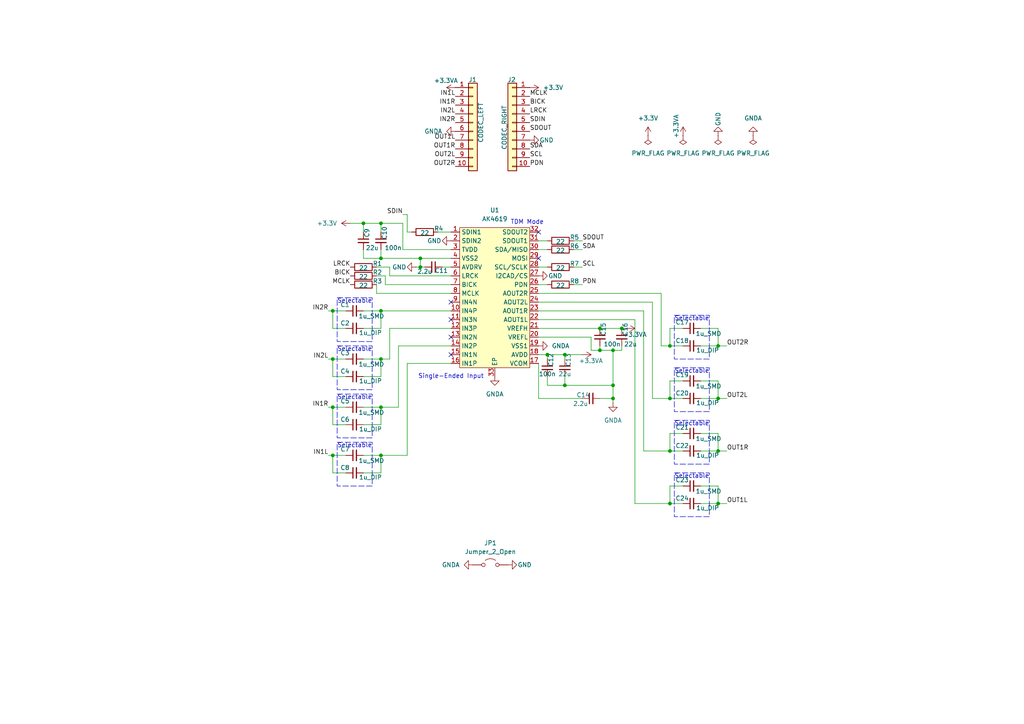
<source format=kicad_sch>
(kicad_sch
	(version 20250114)
	(generator "eeschema")
	(generator_version "9.0")
	(uuid "825b51f3-faae-4f15-b0e8-fb5f4d162927")
	(paper "A4")
	(lib_symbols
		(symbol "AK4619:AK4619"
			(exclude_from_sim no)
			(in_bom yes)
			(on_board yes)
			(property "Reference" "U"
				(at 0 23.368 0)
				(effects
					(font
						(size 1.27 1.27)
					)
				)
			)
			(property "Value" "AK4619"
				(at -0.254 21.336 0)
				(effects
					(font
						(size 1.27 1.27)
					)
				)
			)
			(property "Footprint" ""
				(at 0 15.24 0)
				(effects
					(font
						(size 1.27 1.27)
					)
					(hide yes)
				)
			)
			(property "Datasheet" ""
				(at 0 15.24 0)
				(effects
					(font
						(size 1.27 1.27)
					)
					(hide yes)
				)
			)
			(property "Description" ""
				(at 0 15.24 0)
				(effects
					(font
						(size 1.27 1.27)
					)
					(hide yes)
				)
			)
			(symbol "AK4619_1_1"
				(rectangle
					(start -10.16 20.32)
					(end 10.16 -20.32)
					(stroke
						(width 0)
						(type default)
					)
					(fill
						(type background)
					)
				)
				(pin input line
					(at -12.7 19.05 0)
					(length 2.54)
					(name "SDIN1"
						(effects
							(font
								(size 1.27 1.27)
							)
						)
					)
					(number "1"
						(effects
							(font
								(size 1.27 1.27)
							)
						)
					)
				)
				(pin input line
					(at -12.7 16.51 0)
					(length 2.54)
					(name "SDIN2"
						(effects
							(font
								(size 1.27 1.27)
							)
						)
					)
					(number "2"
						(effects
							(font
								(size 1.27 1.27)
							)
						)
					)
				)
				(pin power_in line
					(at -12.7 13.97 0)
					(length 2.54)
					(name "TVDD"
						(effects
							(font
								(size 1.27 1.27)
							)
						)
					)
					(number "3"
						(effects
							(font
								(size 1.27 1.27)
							)
						)
					)
				)
				(pin power_in line
					(at -12.7 11.43 0)
					(length 2.54)
					(name "VSS2"
						(effects
							(font
								(size 1.27 1.27)
							)
						)
					)
					(number "4"
						(effects
							(font
								(size 1.27 1.27)
							)
						)
					)
				)
				(pin output line
					(at -12.7 8.89 0)
					(length 2.54)
					(name "AVDRV"
						(effects
							(font
								(size 1.27 1.27)
							)
						)
					)
					(number "5"
						(effects
							(font
								(size 1.27 1.27)
							)
						)
					)
				)
				(pin input line
					(at -12.7 6.35 0)
					(length 2.54)
					(name "LRCK"
						(effects
							(font
								(size 1.27 1.27)
							)
						)
					)
					(number "6"
						(effects
							(font
								(size 1.27 1.27)
							)
						)
					)
				)
				(pin input line
					(at -12.7 3.81 0)
					(length 2.54)
					(name "BICK"
						(effects
							(font
								(size 1.27 1.27)
							)
						)
					)
					(number "7"
						(effects
							(font
								(size 1.27 1.27)
							)
						)
					)
				)
				(pin input line
					(at -12.7 1.27 0)
					(length 2.54)
					(name "MCLK"
						(effects
							(font
								(size 1.27 1.27)
							)
						)
					)
					(number "8"
						(effects
							(font
								(size 1.27 1.27)
							)
						)
					)
				)
				(pin input line
					(at -12.7 -1.27 0)
					(length 2.54)
					(name "IN4N"
						(effects
							(font
								(size 1.27 1.27)
							)
						)
					)
					(number "9"
						(effects
							(font
								(size 1.27 1.27)
							)
						)
					)
				)
				(pin input line
					(at -12.7 -3.81 0)
					(length 2.54)
					(name "IN4P"
						(effects
							(font
								(size 1.27 1.27)
							)
						)
					)
					(number "10"
						(effects
							(font
								(size 1.27 1.27)
							)
						)
					)
				)
				(pin input line
					(at -12.7 -6.35 0)
					(length 2.54)
					(name "IN3N"
						(effects
							(font
								(size 1.27 1.27)
							)
						)
					)
					(number "11"
						(effects
							(font
								(size 1.27 1.27)
							)
						)
					)
				)
				(pin input line
					(at -12.7 -8.89 0)
					(length 2.54)
					(name "IN3P"
						(effects
							(font
								(size 1.27 1.27)
							)
						)
					)
					(number "12"
						(effects
							(font
								(size 1.27 1.27)
							)
						)
					)
				)
				(pin input line
					(at -12.7 -11.43 0)
					(length 2.54)
					(name "IN2N"
						(effects
							(font
								(size 1.27 1.27)
							)
						)
					)
					(number "13"
						(effects
							(font
								(size 1.27 1.27)
							)
						)
					)
				)
				(pin input line
					(at -12.7 -13.97 0)
					(length 2.54)
					(name "IN2P"
						(effects
							(font
								(size 1.27 1.27)
							)
						)
					)
					(number "14"
						(effects
							(font
								(size 1.27 1.27)
							)
						)
					)
				)
				(pin input line
					(at -12.7 -16.51 0)
					(length 2.54)
					(name "IN1N"
						(effects
							(font
								(size 1.27 1.27)
							)
						)
					)
					(number "15"
						(effects
							(font
								(size 1.27 1.27)
							)
						)
					)
				)
				(pin input line
					(at -12.7 -19.05 0)
					(length 2.54)
					(name "IN1P"
						(effects
							(font
								(size 1.27 1.27)
							)
						)
					)
					(number "16"
						(effects
							(font
								(size 1.27 1.27)
							)
						)
					)
				)
				(pin passive line
					(at 0 -22.86 90)
					(length 2.54)
					(name "EP"
						(effects
							(font
								(size 1.27 1.27)
							)
						)
					)
					(number "33"
						(effects
							(font
								(size 1.27 1.27)
							)
						)
					)
				)
				(pin output line
					(at 12.7 19.05 180)
					(length 2.54)
					(name "SDOUT2"
						(effects
							(font
								(size 1.27 1.27)
							)
						)
					)
					(number "32"
						(effects
							(font
								(size 1.27 1.27)
							)
						)
					)
				)
				(pin output line
					(at 12.7 16.51 180)
					(length 2.54)
					(name "SDOUT1"
						(effects
							(font
								(size 1.27 1.27)
							)
						)
					)
					(number "31"
						(effects
							(font
								(size 1.27 1.27)
							)
						)
					)
				)
				(pin bidirectional line
					(at 12.7 13.97 180)
					(length 2.54)
					(name "SDA/MISO"
						(effects
							(font
								(size 1.27 1.27)
							)
						)
					)
					(number "30"
						(effects
							(font
								(size 1.27 1.27)
							)
						)
					)
				)
				(pin input line
					(at 12.7 11.43 180)
					(length 2.54)
					(name "MOSI"
						(effects
							(font
								(size 1.27 1.27)
							)
						)
					)
					(number "29"
						(effects
							(font
								(size 1.27 1.27)
							)
						)
					)
				)
				(pin input line
					(at 12.7 8.89 180)
					(length 2.54)
					(name "SCL/SCLK"
						(effects
							(font
								(size 1.27 1.27)
							)
						)
					)
					(number "28"
						(effects
							(font
								(size 1.27 1.27)
							)
						)
					)
				)
				(pin input line
					(at 12.7 6.35 180)
					(length 2.54)
					(name "I2CAD/CS"
						(effects
							(font
								(size 1.27 1.27)
							)
						)
					)
					(number "27"
						(effects
							(font
								(size 1.27 1.27)
							)
						)
					)
				)
				(pin input line
					(at 12.7 3.81 180)
					(length 2.54)
					(name "PDN"
						(effects
							(font
								(size 1.27 1.27)
							)
						)
					)
					(number "26"
						(effects
							(font
								(size 1.27 1.27)
							)
						)
					)
				)
				(pin output line
					(at 12.7 1.27 180)
					(length 2.54)
					(name "AOUT2R"
						(effects
							(font
								(size 1.27 1.27)
							)
						)
					)
					(number "25"
						(effects
							(font
								(size 1.27 1.27)
							)
						)
					)
				)
				(pin output line
					(at 12.7 -1.27 180)
					(length 2.54)
					(name "AOUT2L"
						(effects
							(font
								(size 1.27 1.27)
							)
						)
					)
					(number "24"
						(effects
							(font
								(size 1.27 1.27)
							)
						)
					)
				)
				(pin output line
					(at 12.7 -3.81 180)
					(length 2.54)
					(name "AOUT1R"
						(effects
							(font
								(size 1.27 1.27)
							)
						)
					)
					(number "23"
						(effects
							(font
								(size 1.27 1.27)
							)
						)
					)
				)
				(pin output line
					(at 12.7 -6.35 180)
					(length 2.54)
					(name "AOUT1L"
						(effects
							(font
								(size 1.27 1.27)
							)
						)
					)
					(number "22"
						(effects
							(font
								(size 1.27 1.27)
							)
						)
					)
				)
				(pin input line
					(at 12.7 -8.89 180)
					(length 2.54)
					(name "VREFH"
						(effects
							(font
								(size 1.27 1.27)
							)
						)
					)
					(number "21"
						(effects
							(font
								(size 1.27 1.27)
							)
						)
					)
				)
				(pin input line
					(at 12.7 -11.43 180)
					(length 2.54)
					(name "VREFL"
						(effects
							(font
								(size 1.27 1.27)
							)
						)
					)
					(number "20"
						(effects
							(font
								(size 1.27 1.27)
							)
						)
					)
				)
				(pin power_in line
					(at 12.7 -13.97 180)
					(length 2.54)
					(name "VSS1"
						(effects
							(font
								(size 1.27 1.27)
							)
						)
					)
					(number "19"
						(effects
							(font
								(size 1.27 1.27)
							)
						)
					)
				)
				(pin power_in line
					(at 12.7 -16.51 180)
					(length 2.54)
					(name "AVDD"
						(effects
							(font
								(size 1.27 1.27)
							)
						)
					)
					(number "18"
						(effects
							(font
								(size 1.27 1.27)
							)
						)
					)
				)
				(pin output line
					(at 12.7 -19.05 180)
					(length 2.54)
					(name "VCOM"
						(effects
							(font
								(size 1.27 1.27)
							)
						)
					)
					(number "17"
						(effects
							(font
								(size 1.27 1.27)
							)
						)
					)
				)
			)
			(embedded_fonts no)
		)
		(symbol "Connector_Generic:Conn_01x10"
			(pin_names
				(offset 1.016)
				(hide yes)
			)
			(exclude_from_sim no)
			(in_bom yes)
			(on_board yes)
			(property "Reference" "J"
				(at 0 12.7 0)
				(effects
					(font
						(size 1.27 1.27)
					)
				)
			)
			(property "Value" "Conn_01x10"
				(at 0 -15.24 0)
				(effects
					(font
						(size 1.27 1.27)
					)
				)
			)
			(property "Footprint" ""
				(at 0 0 0)
				(effects
					(font
						(size 1.27 1.27)
					)
					(hide yes)
				)
			)
			(property "Datasheet" "~"
				(at 0 0 0)
				(effects
					(font
						(size 1.27 1.27)
					)
					(hide yes)
				)
			)
			(property "Description" "Generic connector, single row, 01x10, script generated (kicad-library-utils/schlib/autogen/connector/)"
				(at 0 0 0)
				(effects
					(font
						(size 1.27 1.27)
					)
					(hide yes)
				)
			)
			(property "ki_keywords" "connector"
				(at 0 0 0)
				(effects
					(font
						(size 1.27 1.27)
					)
					(hide yes)
				)
			)
			(property "ki_fp_filters" "Connector*:*_1x??_*"
				(at 0 0 0)
				(effects
					(font
						(size 1.27 1.27)
					)
					(hide yes)
				)
			)
			(symbol "Conn_01x10_1_1"
				(rectangle
					(start -1.27 11.43)
					(end 1.27 -13.97)
					(stroke
						(width 0.254)
						(type default)
					)
					(fill
						(type background)
					)
				)
				(rectangle
					(start -1.27 10.287)
					(end 0 10.033)
					(stroke
						(width 0.1524)
						(type default)
					)
					(fill
						(type none)
					)
				)
				(rectangle
					(start -1.27 7.747)
					(end 0 7.493)
					(stroke
						(width 0.1524)
						(type default)
					)
					(fill
						(type none)
					)
				)
				(rectangle
					(start -1.27 5.207)
					(end 0 4.953)
					(stroke
						(width 0.1524)
						(type default)
					)
					(fill
						(type none)
					)
				)
				(rectangle
					(start -1.27 2.667)
					(end 0 2.413)
					(stroke
						(width 0.1524)
						(type default)
					)
					(fill
						(type none)
					)
				)
				(rectangle
					(start -1.27 0.127)
					(end 0 -0.127)
					(stroke
						(width 0.1524)
						(type default)
					)
					(fill
						(type none)
					)
				)
				(rectangle
					(start -1.27 -2.413)
					(end 0 -2.667)
					(stroke
						(width 0.1524)
						(type default)
					)
					(fill
						(type none)
					)
				)
				(rectangle
					(start -1.27 -4.953)
					(end 0 -5.207)
					(stroke
						(width 0.1524)
						(type default)
					)
					(fill
						(type none)
					)
				)
				(rectangle
					(start -1.27 -7.493)
					(end 0 -7.747)
					(stroke
						(width 0.1524)
						(type default)
					)
					(fill
						(type none)
					)
				)
				(rectangle
					(start -1.27 -10.033)
					(end 0 -10.287)
					(stroke
						(width 0.1524)
						(type default)
					)
					(fill
						(type none)
					)
				)
				(rectangle
					(start -1.27 -12.573)
					(end 0 -12.827)
					(stroke
						(width 0.1524)
						(type default)
					)
					(fill
						(type none)
					)
				)
				(pin passive line
					(at -5.08 10.16 0)
					(length 3.81)
					(name "Pin_1"
						(effects
							(font
								(size 1.27 1.27)
							)
						)
					)
					(number "1"
						(effects
							(font
								(size 1.27 1.27)
							)
						)
					)
				)
				(pin passive line
					(at -5.08 7.62 0)
					(length 3.81)
					(name "Pin_2"
						(effects
							(font
								(size 1.27 1.27)
							)
						)
					)
					(number "2"
						(effects
							(font
								(size 1.27 1.27)
							)
						)
					)
				)
				(pin passive line
					(at -5.08 5.08 0)
					(length 3.81)
					(name "Pin_3"
						(effects
							(font
								(size 1.27 1.27)
							)
						)
					)
					(number "3"
						(effects
							(font
								(size 1.27 1.27)
							)
						)
					)
				)
				(pin passive line
					(at -5.08 2.54 0)
					(length 3.81)
					(name "Pin_4"
						(effects
							(font
								(size 1.27 1.27)
							)
						)
					)
					(number "4"
						(effects
							(font
								(size 1.27 1.27)
							)
						)
					)
				)
				(pin passive line
					(at -5.08 0 0)
					(length 3.81)
					(name "Pin_5"
						(effects
							(font
								(size 1.27 1.27)
							)
						)
					)
					(number "5"
						(effects
							(font
								(size 1.27 1.27)
							)
						)
					)
				)
				(pin passive line
					(at -5.08 -2.54 0)
					(length 3.81)
					(name "Pin_6"
						(effects
							(font
								(size 1.27 1.27)
							)
						)
					)
					(number "6"
						(effects
							(font
								(size 1.27 1.27)
							)
						)
					)
				)
				(pin passive line
					(at -5.08 -5.08 0)
					(length 3.81)
					(name "Pin_7"
						(effects
							(font
								(size 1.27 1.27)
							)
						)
					)
					(number "7"
						(effects
							(font
								(size 1.27 1.27)
							)
						)
					)
				)
				(pin passive line
					(at -5.08 -7.62 0)
					(length 3.81)
					(name "Pin_8"
						(effects
							(font
								(size 1.27 1.27)
							)
						)
					)
					(number "8"
						(effects
							(font
								(size 1.27 1.27)
							)
						)
					)
				)
				(pin passive line
					(at -5.08 -10.16 0)
					(length 3.81)
					(name "Pin_9"
						(effects
							(font
								(size 1.27 1.27)
							)
						)
					)
					(number "9"
						(effects
							(font
								(size 1.27 1.27)
							)
						)
					)
				)
				(pin passive line
					(at -5.08 -12.7 0)
					(length 3.81)
					(name "Pin_10"
						(effects
							(font
								(size 1.27 1.27)
							)
						)
					)
					(number "10"
						(effects
							(font
								(size 1.27 1.27)
							)
						)
					)
				)
			)
			(embedded_fonts no)
		)
		(symbol "Device:C_Small"
			(pin_numbers
				(hide yes)
			)
			(pin_names
				(offset 0.254)
				(hide yes)
			)
			(exclude_from_sim no)
			(in_bom yes)
			(on_board yes)
			(property "Reference" "C"
				(at 0.254 1.778 0)
				(effects
					(font
						(size 1.27 1.27)
					)
					(justify left)
				)
			)
			(property "Value" "C_Small"
				(at 0.254 -2.032 0)
				(effects
					(font
						(size 1.27 1.27)
					)
					(justify left)
				)
			)
			(property "Footprint" ""
				(at 0 0 0)
				(effects
					(font
						(size 1.27 1.27)
					)
					(hide yes)
				)
			)
			(property "Datasheet" "~"
				(at 0 0 0)
				(effects
					(font
						(size 1.27 1.27)
					)
					(hide yes)
				)
			)
			(property "Description" "Unpolarized capacitor, small symbol"
				(at 0 0 0)
				(effects
					(font
						(size 1.27 1.27)
					)
					(hide yes)
				)
			)
			(property "ki_keywords" "capacitor cap"
				(at 0 0 0)
				(effects
					(font
						(size 1.27 1.27)
					)
					(hide yes)
				)
			)
			(property "ki_fp_filters" "C_*"
				(at 0 0 0)
				(effects
					(font
						(size 1.27 1.27)
					)
					(hide yes)
				)
			)
			(symbol "C_Small_0_1"
				(polyline
					(pts
						(xy -1.524 0.508) (xy 1.524 0.508)
					)
					(stroke
						(width 0.3048)
						(type default)
					)
					(fill
						(type none)
					)
				)
				(polyline
					(pts
						(xy -1.524 -0.508) (xy 1.524 -0.508)
					)
					(stroke
						(width 0.3302)
						(type default)
					)
					(fill
						(type none)
					)
				)
			)
			(symbol "C_Small_1_1"
				(pin passive line
					(at 0 2.54 270)
					(length 2.032)
					(name "~"
						(effects
							(font
								(size 1.27 1.27)
							)
						)
					)
					(number "1"
						(effects
							(font
								(size 1.27 1.27)
							)
						)
					)
				)
				(pin passive line
					(at 0 -2.54 90)
					(length 2.032)
					(name "~"
						(effects
							(font
								(size 1.27 1.27)
							)
						)
					)
					(number "2"
						(effects
							(font
								(size 1.27 1.27)
							)
						)
					)
				)
			)
			(embedded_fonts no)
		)
		(symbol "Device:R"
			(pin_numbers
				(hide yes)
			)
			(pin_names
				(offset 0)
			)
			(exclude_from_sim no)
			(in_bom yes)
			(on_board yes)
			(property "Reference" "R"
				(at 2.032 0 90)
				(effects
					(font
						(size 1.27 1.27)
					)
				)
			)
			(property "Value" "R"
				(at 0 0 90)
				(effects
					(font
						(size 1.27 1.27)
					)
				)
			)
			(property "Footprint" ""
				(at -1.778 0 90)
				(effects
					(font
						(size 1.27 1.27)
					)
					(hide yes)
				)
			)
			(property "Datasheet" "~"
				(at 0 0 0)
				(effects
					(font
						(size 1.27 1.27)
					)
					(hide yes)
				)
			)
			(property "Description" "Resistor"
				(at 0 0 0)
				(effects
					(font
						(size 1.27 1.27)
					)
					(hide yes)
				)
			)
			(property "ki_keywords" "R res resistor"
				(at 0 0 0)
				(effects
					(font
						(size 1.27 1.27)
					)
					(hide yes)
				)
			)
			(property "ki_fp_filters" "R_*"
				(at 0 0 0)
				(effects
					(font
						(size 1.27 1.27)
					)
					(hide yes)
				)
			)
			(symbol "R_0_1"
				(rectangle
					(start -1.016 -2.54)
					(end 1.016 2.54)
					(stroke
						(width 0.254)
						(type default)
					)
					(fill
						(type none)
					)
				)
			)
			(symbol "R_1_1"
				(pin passive line
					(at 0 3.81 270)
					(length 1.27)
					(name "~"
						(effects
							(font
								(size 1.27 1.27)
							)
						)
					)
					(number "1"
						(effects
							(font
								(size 1.27 1.27)
							)
						)
					)
				)
				(pin passive line
					(at 0 -3.81 90)
					(length 1.27)
					(name "~"
						(effects
							(font
								(size 1.27 1.27)
							)
						)
					)
					(number "2"
						(effects
							(font
								(size 1.27 1.27)
							)
						)
					)
				)
			)
			(embedded_fonts no)
		)
		(symbol "Jumper:Jumper_2_Open"
			(pin_numbers
				(hide yes)
			)
			(pin_names
				(offset 0)
				(hide yes)
			)
			(exclude_from_sim no)
			(in_bom yes)
			(on_board yes)
			(property "Reference" "JP"
				(at 0 2.794 0)
				(effects
					(font
						(size 1.27 1.27)
					)
				)
			)
			(property "Value" "Jumper_2_Open"
				(at 0 -2.286 0)
				(effects
					(font
						(size 1.27 1.27)
					)
				)
			)
			(property "Footprint" ""
				(at 0 0 0)
				(effects
					(font
						(size 1.27 1.27)
					)
					(hide yes)
				)
			)
			(property "Datasheet" "~"
				(at 0 0 0)
				(effects
					(font
						(size 1.27 1.27)
					)
					(hide yes)
				)
			)
			(property "Description" "Jumper, 2-pole, open"
				(at 0 0 0)
				(effects
					(font
						(size 1.27 1.27)
					)
					(hide yes)
				)
			)
			(property "ki_keywords" "Jumper SPST"
				(at 0 0 0)
				(effects
					(font
						(size 1.27 1.27)
					)
					(hide yes)
				)
			)
			(property "ki_fp_filters" "Jumper* TestPoint*2Pads* TestPoint*Bridge*"
				(at 0 0 0)
				(effects
					(font
						(size 1.27 1.27)
					)
					(hide yes)
				)
			)
			(symbol "Jumper_2_Open_0_0"
				(circle
					(center -2.032 0)
					(radius 0.508)
					(stroke
						(width 0)
						(type default)
					)
					(fill
						(type none)
					)
				)
				(circle
					(center 2.032 0)
					(radius 0.508)
					(stroke
						(width 0)
						(type default)
					)
					(fill
						(type none)
					)
				)
			)
			(symbol "Jumper_2_Open_0_1"
				(arc
					(start -1.524 1.27)
					(mid 0 1.778)
					(end 1.524 1.27)
					(stroke
						(width 0)
						(type default)
					)
					(fill
						(type none)
					)
				)
			)
			(symbol "Jumper_2_Open_1_1"
				(pin passive line
					(at -5.08 0 0)
					(length 2.54)
					(name "A"
						(effects
							(font
								(size 1.27 1.27)
							)
						)
					)
					(number "1"
						(effects
							(font
								(size 1.27 1.27)
							)
						)
					)
				)
				(pin passive line
					(at 5.08 0 180)
					(length 2.54)
					(name "B"
						(effects
							(font
								(size 1.27 1.27)
							)
						)
					)
					(number "2"
						(effects
							(font
								(size 1.27 1.27)
							)
						)
					)
				)
			)
			(embedded_fonts no)
		)
		(symbol "power:+3.3V"
			(power)
			(pin_numbers
				(hide yes)
			)
			(pin_names
				(offset 0)
				(hide yes)
			)
			(exclude_from_sim no)
			(in_bom yes)
			(on_board yes)
			(property "Reference" "#PWR"
				(at 0 -3.81 0)
				(effects
					(font
						(size 1.27 1.27)
					)
					(hide yes)
				)
			)
			(property "Value" "+3.3V"
				(at 0 3.556 0)
				(effects
					(font
						(size 1.27 1.27)
					)
				)
			)
			(property "Footprint" ""
				(at 0 0 0)
				(effects
					(font
						(size 1.27 1.27)
					)
					(hide yes)
				)
			)
			(property "Datasheet" ""
				(at 0 0 0)
				(effects
					(font
						(size 1.27 1.27)
					)
					(hide yes)
				)
			)
			(property "Description" "Power symbol creates a global label with name \"+3.3V\""
				(at 0 0 0)
				(effects
					(font
						(size 1.27 1.27)
					)
					(hide yes)
				)
			)
			(property "ki_keywords" "global power"
				(at 0 0 0)
				(effects
					(font
						(size 1.27 1.27)
					)
					(hide yes)
				)
			)
			(symbol "+3.3V_0_1"
				(polyline
					(pts
						(xy -0.762 1.27) (xy 0 2.54)
					)
					(stroke
						(width 0)
						(type default)
					)
					(fill
						(type none)
					)
				)
				(polyline
					(pts
						(xy 0 2.54) (xy 0.762 1.27)
					)
					(stroke
						(width 0)
						(type default)
					)
					(fill
						(type none)
					)
				)
				(polyline
					(pts
						(xy 0 0) (xy 0 2.54)
					)
					(stroke
						(width 0)
						(type default)
					)
					(fill
						(type none)
					)
				)
			)
			(symbol "+3.3V_1_1"
				(pin power_in line
					(at 0 0 90)
					(length 0)
					(name "~"
						(effects
							(font
								(size 1.27 1.27)
							)
						)
					)
					(number "1"
						(effects
							(font
								(size 1.27 1.27)
							)
						)
					)
				)
			)
			(embedded_fonts no)
		)
		(symbol "power:+3.3VA"
			(power)
			(pin_numbers
				(hide yes)
			)
			(pin_names
				(offset 0)
				(hide yes)
			)
			(exclude_from_sim no)
			(in_bom yes)
			(on_board yes)
			(property "Reference" "#PWR"
				(at 0 -3.81 0)
				(effects
					(font
						(size 1.27 1.27)
					)
					(hide yes)
				)
			)
			(property "Value" "+3.3VA"
				(at 0 3.556 0)
				(effects
					(font
						(size 1.27 1.27)
					)
				)
			)
			(property "Footprint" ""
				(at 0 0 0)
				(effects
					(font
						(size 1.27 1.27)
					)
					(hide yes)
				)
			)
			(property "Datasheet" ""
				(at 0 0 0)
				(effects
					(font
						(size 1.27 1.27)
					)
					(hide yes)
				)
			)
			(property "Description" "Power symbol creates a global label with name \"+3.3VA\""
				(at 0 0 0)
				(effects
					(font
						(size 1.27 1.27)
					)
					(hide yes)
				)
			)
			(property "ki_keywords" "global power"
				(at 0 0 0)
				(effects
					(font
						(size 1.27 1.27)
					)
					(hide yes)
				)
			)
			(symbol "+3.3VA_0_1"
				(polyline
					(pts
						(xy -0.762 1.27) (xy 0 2.54)
					)
					(stroke
						(width 0)
						(type default)
					)
					(fill
						(type none)
					)
				)
				(polyline
					(pts
						(xy 0 2.54) (xy 0.762 1.27)
					)
					(stroke
						(width 0)
						(type default)
					)
					(fill
						(type none)
					)
				)
				(polyline
					(pts
						(xy 0 0) (xy 0 2.54)
					)
					(stroke
						(width 0)
						(type default)
					)
					(fill
						(type none)
					)
				)
			)
			(symbol "+3.3VA_1_1"
				(pin power_in line
					(at 0 0 90)
					(length 0)
					(name "~"
						(effects
							(font
								(size 1.27 1.27)
							)
						)
					)
					(number "1"
						(effects
							(font
								(size 1.27 1.27)
							)
						)
					)
				)
			)
			(embedded_fonts no)
		)
		(symbol "power:GND"
			(power)
			(pin_numbers
				(hide yes)
			)
			(pin_names
				(offset 0)
				(hide yes)
			)
			(exclude_from_sim no)
			(in_bom yes)
			(on_board yes)
			(property "Reference" "#PWR"
				(at 0 -6.35 0)
				(effects
					(font
						(size 1.27 1.27)
					)
					(hide yes)
				)
			)
			(property "Value" "GND"
				(at 0 -3.81 0)
				(effects
					(font
						(size 1.27 1.27)
					)
				)
			)
			(property "Footprint" ""
				(at 0 0 0)
				(effects
					(font
						(size 1.27 1.27)
					)
					(hide yes)
				)
			)
			(property "Datasheet" ""
				(at 0 0 0)
				(effects
					(font
						(size 1.27 1.27)
					)
					(hide yes)
				)
			)
			(property "Description" "Power symbol creates a global label with name \"GND\" , ground"
				(at 0 0 0)
				(effects
					(font
						(size 1.27 1.27)
					)
					(hide yes)
				)
			)
			(property "ki_keywords" "global power"
				(at 0 0 0)
				(effects
					(font
						(size 1.27 1.27)
					)
					(hide yes)
				)
			)
			(symbol "GND_0_1"
				(polyline
					(pts
						(xy 0 0) (xy 0 -1.27) (xy 1.27 -1.27) (xy 0 -2.54) (xy -1.27 -1.27) (xy 0 -1.27)
					)
					(stroke
						(width 0)
						(type default)
					)
					(fill
						(type none)
					)
				)
			)
			(symbol "GND_1_1"
				(pin power_in line
					(at 0 0 270)
					(length 0)
					(name "~"
						(effects
							(font
								(size 1.27 1.27)
							)
						)
					)
					(number "1"
						(effects
							(font
								(size 1.27 1.27)
							)
						)
					)
				)
			)
			(embedded_fonts no)
		)
		(symbol "power:GNDA"
			(power)
			(pin_numbers
				(hide yes)
			)
			(pin_names
				(offset 0)
				(hide yes)
			)
			(exclude_from_sim no)
			(in_bom yes)
			(on_board yes)
			(property "Reference" "#PWR"
				(at 0 -6.35 0)
				(effects
					(font
						(size 1.27 1.27)
					)
					(hide yes)
				)
			)
			(property "Value" "GNDA"
				(at 0 -3.81 0)
				(effects
					(font
						(size 1.27 1.27)
					)
				)
			)
			(property "Footprint" ""
				(at 0 0 0)
				(effects
					(font
						(size 1.27 1.27)
					)
					(hide yes)
				)
			)
			(property "Datasheet" ""
				(at 0 0 0)
				(effects
					(font
						(size 1.27 1.27)
					)
					(hide yes)
				)
			)
			(property "Description" "Power symbol creates a global label with name \"GNDA\" , analog ground"
				(at 0 0 0)
				(effects
					(font
						(size 1.27 1.27)
					)
					(hide yes)
				)
			)
			(property "ki_keywords" "global power"
				(at 0 0 0)
				(effects
					(font
						(size 1.27 1.27)
					)
					(hide yes)
				)
			)
			(symbol "GNDA_0_1"
				(polyline
					(pts
						(xy 0 0) (xy 0 -1.27) (xy 1.27 -1.27) (xy 0 -2.54) (xy -1.27 -1.27) (xy 0 -1.27)
					)
					(stroke
						(width 0)
						(type default)
					)
					(fill
						(type none)
					)
				)
			)
			(symbol "GNDA_1_1"
				(pin power_in line
					(at 0 0 270)
					(length 0)
					(name "~"
						(effects
							(font
								(size 1.27 1.27)
							)
						)
					)
					(number "1"
						(effects
							(font
								(size 1.27 1.27)
							)
						)
					)
				)
			)
			(embedded_fonts no)
		)
		(symbol "power:PWR_FLAG"
			(power)
			(pin_numbers
				(hide yes)
			)
			(pin_names
				(offset 0)
				(hide yes)
			)
			(exclude_from_sim no)
			(in_bom yes)
			(on_board yes)
			(property "Reference" "#FLG"
				(at 0 1.905 0)
				(effects
					(font
						(size 1.27 1.27)
					)
					(hide yes)
				)
			)
			(property "Value" "PWR_FLAG"
				(at 0 3.81 0)
				(effects
					(font
						(size 1.27 1.27)
					)
				)
			)
			(property "Footprint" ""
				(at 0 0 0)
				(effects
					(font
						(size 1.27 1.27)
					)
					(hide yes)
				)
			)
			(property "Datasheet" "~"
				(at 0 0 0)
				(effects
					(font
						(size 1.27 1.27)
					)
					(hide yes)
				)
			)
			(property "Description" "Special symbol for telling ERC where power comes from"
				(at 0 0 0)
				(effects
					(font
						(size 1.27 1.27)
					)
					(hide yes)
				)
			)
			(property "ki_keywords" "flag power"
				(at 0 0 0)
				(effects
					(font
						(size 1.27 1.27)
					)
					(hide yes)
				)
			)
			(symbol "PWR_FLAG_0_0"
				(pin power_out line
					(at 0 0 90)
					(length 0)
					(name "~"
						(effects
							(font
								(size 1.27 1.27)
							)
						)
					)
					(number "1"
						(effects
							(font
								(size 1.27 1.27)
							)
						)
					)
				)
			)
			(symbol "PWR_FLAG_0_1"
				(polyline
					(pts
						(xy 0 0) (xy 0 1.27) (xy -1.016 1.905) (xy 0 2.54) (xy 1.016 1.905) (xy 0 1.27)
					)
					(stroke
						(width 0)
						(type default)
					)
					(fill
						(type none)
					)
				)
			)
			(embedded_fonts no)
		)
	)
	(rectangle
		(start 195.58 121.92)
		(end 205.74 134.62)
		(stroke
			(width 0)
			(type dash)
		)
		(fill
			(type none)
		)
		(uuid 04acb757-304d-4a5b-af63-5c0711f9d03e)
	)
	(rectangle
		(start 195.58 106.68)
		(end 205.74 119.38)
		(stroke
			(width 0)
			(type dash)
		)
		(fill
			(type none)
		)
		(uuid 15c9e161-93e2-4ccd-a81b-f70bb537f97b)
	)
	(rectangle
		(start 97.79 86.36)
		(end 107.95 99.06)
		(stroke
			(width 0)
			(type dash)
		)
		(fill
			(type none)
		)
		(uuid 261e0200-c67d-4147-9f52-da44aa0951cd)
	)
	(rectangle
		(start 195.58 91.44)
		(end 205.74 104.14)
		(stroke
			(width 0)
			(type dash)
		)
		(fill
			(type none)
		)
		(uuid 4cc060a0-b14c-4ce4-b350-9a2e9106a887)
	)
	(rectangle
		(start 97.79 100.33)
		(end 107.95 113.03)
		(stroke
			(width 0)
			(type dash)
		)
		(fill
			(type none)
		)
		(uuid 6bf0f6c2-cd6d-4988-a4a8-54db984a6d1f)
	)
	(rectangle
		(start 195.58 137.16)
		(end 205.74 149.86)
		(stroke
			(width 0)
			(type dash)
		)
		(fill
			(type none)
		)
		(uuid 8287c288-9719-41bb-a887-a1f4384f141e)
	)
	(rectangle
		(start 97.79 128.27)
		(end 107.95 140.97)
		(stroke
			(width 0)
			(type dash)
		)
		(fill
			(type none)
		)
		(uuid 82c46649-06ef-4966-b941-17904e8c9a63)
	)
	(rectangle
		(start 97.79 114.3)
		(end 107.95 127)
		(stroke
			(width 0)
			(type dash)
		)
		(fill
			(type none)
		)
		(uuid aeb998e5-fd7b-45df-96a1-46f918997eb9)
	)
	(text "Selectable"
		(exclude_from_sim no)
		(at 200.66 122.936 0)
		(effects
			(font
				(size 1.27 1.27)
			)
		)
		(uuid "24858a7c-93fd-40c3-8b63-0ebe0c63d05d")
	)
	(text "Selectable"
		(exclude_from_sim no)
		(at 200.66 92.456 0)
		(effects
			(font
				(size 1.27 1.27)
			)
		)
		(uuid "3dca10c3-d85e-47a1-9250-1d8781da7de6")
	)
	(text "Selectable"
		(exclude_from_sim no)
		(at 102.87 101.346 0)
		(effects
			(font
				(size 1.27 1.27)
			)
		)
		(uuid "47b612f1-38b7-4975-85b8-a051f7e99154")
	)
	(text "Selectable"
		(exclude_from_sim no)
		(at 200.66 107.696 0)
		(effects
			(font
				(size 1.27 1.27)
			)
		)
		(uuid "4ab5ef10-3fd9-4227-a176-d79073987953")
	)
	(text "Single-Ended Input"
		(exclude_from_sim no)
		(at 130.81 109.22 0)
		(effects
			(font
				(size 1.27 1.27)
			)
		)
		(uuid "5fa511e6-5b2b-4174-9b7b-45a6594dae45")
	)
	(text "Selectable"
		(exclude_from_sim no)
		(at 102.87 87.376 0)
		(effects
			(font
				(size 1.27 1.27)
			)
		)
		(uuid "62dab319-615d-485a-84f1-768ceaf0e71b")
	)
	(text "TDM Mode"
		(exclude_from_sim no)
		(at 152.908 64.516 0)
		(effects
			(font
				(size 1.27 1.27)
			)
		)
		(uuid "6bb194aa-46c8-4494-80a1-78ddb65fea57")
	)
	(text "Selectable"
		(exclude_from_sim no)
		(at 102.87 115.316 0)
		(effects
			(font
				(size 1.27 1.27)
			)
		)
		(uuid "6c08c1d9-1bdc-4125-9006-3f1567329feb")
	)
	(text "Selectable"
		(exclude_from_sim no)
		(at 102.87 129.286 0)
		(effects
			(font
				(size 1.27 1.27)
			)
		)
		(uuid "923eafb3-c3f9-42f7-b05f-3d1f0bfaac9c")
	)
	(text "Selectable"
		(exclude_from_sim no)
		(at 200.66 138.176 0)
		(effects
			(font
				(size 1.27 1.27)
			)
		)
		(uuid "c057efbc-14e0-478e-a9c2-583550905107")
	)
	(junction
		(at 96.52 118.11)
		(diameter 0)
		(color 0 0 0 0)
		(uuid "0976eba4-57ed-402c-86ae-899749c329b1")
	)
	(junction
		(at 194.31 100.33)
		(diameter 0)
		(color 0 0 0 0)
		(uuid "0d217087-823c-4c77-a1a0-4dcea876d24e")
	)
	(junction
		(at 96.52 104.14)
		(diameter 0)
		(color 0 0 0 0)
		(uuid "119c7621-635a-475f-bd8d-416ebc620b76")
	)
	(junction
		(at 163.83 111.76)
		(diameter 0)
		(color 0 0 0 0)
		(uuid "13be4d69-b2a3-415f-ac0b-7b9fde742b27")
	)
	(junction
		(at 158.75 102.87)
		(diameter 0)
		(color 0 0 0 0)
		(uuid "22d9c50c-f4ec-45c2-8521-f18b0a6b65ae")
	)
	(junction
		(at 194.31 146.05)
		(diameter 0)
		(color 0 0 0 0)
		(uuid "3d4e8b2a-8a2f-4be5-a6ef-e09580f957c7")
	)
	(junction
		(at 208.28 130.81)
		(diameter 0)
		(color 0 0 0 0)
		(uuid "3de298e9-5bb9-4fc9-89fa-8beb219b42c0")
	)
	(junction
		(at 121.92 74.93)
		(diameter 0)
		(color 0 0 0 0)
		(uuid "54b4b666-520a-4360-8574-637473792602")
	)
	(junction
		(at 96.52 90.17)
		(diameter 0)
		(color 0 0 0 0)
		(uuid "55240a79-6f26-4292-81d9-f8e46a69e74c")
	)
	(junction
		(at 208.28 115.57)
		(diameter 0)
		(color 0 0 0 0)
		(uuid "5e7579c1-a606-4872-806e-bdb0ea9c33e5")
	)
	(junction
		(at 105.41 64.77)
		(diameter 0)
		(color 0 0 0 0)
		(uuid "61ae85b8-88c5-469e-985c-52a2b121db74")
	)
	(junction
		(at 96.52 132.08)
		(diameter 0)
		(color 0 0 0 0)
		(uuid "67749b63-8895-41ad-aa7d-3991855ffac7")
	)
	(junction
		(at 194.31 130.81)
		(diameter 0)
		(color 0 0 0 0)
		(uuid "6b1f3260-5132-455d-a9f6-14ba4291a7b2")
	)
	(junction
		(at 180.34 95.25)
		(diameter 0)
		(color 0 0 0 0)
		(uuid "6f9c5fd5-a9d3-4213-8492-b51155f315f6")
	)
	(junction
		(at 110.49 90.17)
		(diameter 0)
		(color 0 0 0 0)
		(uuid "7262dcc4-4938-486b-83e4-c14cfe53b32b")
	)
	(junction
		(at 194.31 115.57)
		(diameter 0)
		(color 0 0 0 0)
		(uuid "74a5dbdb-1fc0-486e-ad13-e9954fc97e59")
	)
	(junction
		(at 110.49 74.93)
		(diameter 0)
		(color 0 0 0 0)
		(uuid "88f08c0b-89dd-450e-8bda-e221d2e0a906")
	)
	(junction
		(at 208.28 100.33)
		(diameter 0)
		(color 0 0 0 0)
		(uuid "8e094e29-c6cc-466c-a2bc-446bbd6bc9b3")
	)
	(junction
		(at 177.8 101.6)
		(diameter 0)
		(color 0 0 0 0)
		(uuid "93519b5e-7272-4d19-8ed9-4331e1763429")
	)
	(junction
		(at 121.92 77.47)
		(diameter 0)
		(color 0 0 0 0)
		(uuid "9cd4197d-eac1-468e-adc9-dc01a8935d98")
	)
	(junction
		(at 110.49 132.08)
		(diameter 0)
		(color 0 0 0 0)
		(uuid "9f063472-8c07-4c27-9e68-8d015051a320")
	)
	(junction
		(at 173.99 95.25)
		(diameter 0)
		(color 0 0 0 0)
		(uuid "a659cbf4-1a77-4a37-87b9-ff4aa8ccdcf8")
	)
	(junction
		(at 177.8 115.57)
		(diameter 0)
		(color 0 0 0 0)
		(uuid "a91a70b5-bc3d-472d-bb13-563d00f4f68d")
	)
	(junction
		(at 177.8 111.76)
		(diameter 0)
		(color 0 0 0 0)
		(uuid "aa5d71d7-a0de-4db5-870f-482e192ab80c")
	)
	(junction
		(at 208.28 146.05)
		(diameter 0)
		(color 0 0 0 0)
		(uuid "acc310ed-2a47-4322-97a8-b7ea6e59a856")
	)
	(junction
		(at 110.49 118.11)
		(diameter 0)
		(color 0 0 0 0)
		(uuid "b3f64c8b-ce90-4bd4-b840-d74602c1bc51")
	)
	(junction
		(at 163.83 102.87)
		(diameter 0)
		(color 0 0 0 0)
		(uuid "c102206f-243b-4218-98ac-6927b6b5f3f4")
	)
	(junction
		(at 110.49 104.14)
		(diameter 0)
		(color 0 0 0 0)
		(uuid "e1a2e3fe-1601-485c-80e2-99837812bbfa")
	)
	(junction
		(at 173.99 101.6)
		(diameter 0)
		(color 0 0 0 0)
		(uuid "ed741c44-d92b-4e2d-9aa6-6bbb400ec45f")
	)
	(junction
		(at 110.49 64.77)
		(diameter 0)
		(color 0 0 0 0)
		(uuid "ff70ca7c-bdd3-44fc-a992-b991ccae95dd")
	)
	(no_connect
		(at 156.21 74.93)
		(uuid "1847a296-9112-4a80-b761-39aaa629a9b7")
	)
	(no_connect
		(at 156.21 67.31)
		(uuid "8b798279-2b3f-4abf-92db-a9ecfab9ac8b")
	)
	(no_connect
		(at 130.81 92.71)
		(uuid "9c0dcad9-6bd0-4976-ad63-74ef52e9f55e")
	)
	(no_connect
		(at 130.81 102.87)
		(uuid "9dc5ceac-ed78-4629-9cd3-15590649c47a")
	)
	(no_connect
		(at 130.81 97.79)
		(uuid "9e698b6c-e74d-47ed-acb3-8730d64ba943")
	)
	(no_connect
		(at 130.81 87.63)
		(uuid "ca0905f0-e8da-4190-80cb-f7e54f48394e")
	)
	(wire
		(pts
			(xy 95.25 104.14) (xy 96.52 104.14)
		)
		(stroke
			(width 0)
			(type default)
		)
		(uuid "019372d9-3431-44d3-8941-a77b97b39b3c")
	)
	(wire
		(pts
			(xy 105.41 90.17) (xy 110.49 90.17)
		)
		(stroke
			(width 0)
			(type default)
		)
		(uuid "032cf6d2-cc09-4a28-9e2f-adb297cc060f")
	)
	(wire
		(pts
			(xy 208.28 125.73) (xy 208.28 130.81)
		)
		(stroke
			(width 0)
			(type default)
		)
		(uuid "05ca3e37-396f-4dce-a0c3-c08aef8e1045")
	)
	(wire
		(pts
			(xy 189.23 87.63) (xy 156.21 87.63)
		)
		(stroke
			(width 0)
			(type default)
		)
		(uuid "0a1b779d-a85c-46a5-b5c2-e1270c278173")
	)
	(wire
		(pts
			(xy 118.11 132.08) (xy 118.11 105.41)
		)
		(stroke
			(width 0)
			(type default)
		)
		(uuid "0e34c6ea-4ad3-4b2a-851b-9262b0e59794")
	)
	(wire
		(pts
			(xy 166.37 69.85) (xy 168.91 69.85)
		)
		(stroke
			(width 0)
			(type default)
		)
		(uuid "10748442-9f5c-4ec7-918f-1476bf24dafb")
	)
	(wire
		(pts
			(xy 105.41 132.08) (xy 110.49 132.08)
		)
		(stroke
			(width 0)
			(type default)
		)
		(uuid "10ec1d44-4c30-4c87-90b5-8fb376f09cba")
	)
	(wire
		(pts
			(xy 203.2 110.49) (xy 208.28 110.49)
		)
		(stroke
			(width 0)
			(type default)
		)
		(uuid "152a945b-e2b7-4789-ba5c-6c8cfc20b19d")
	)
	(wire
		(pts
			(xy 177.8 116.84) (xy 177.8 115.57)
		)
		(stroke
			(width 0)
			(type default)
		)
		(uuid "15a928bb-5a48-48c8-9105-b3de44f33759")
	)
	(wire
		(pts
			(xy 116.84 62.23) (xy 118.11 62.23)
		)
		(stroke
			(width 0)
			(type default)
		)
		(uuid "16a36e49-5b7f-423e-a7c3-707fb92b046d")
	)
	(wire
		(pts
			(xy 115.57 118.11) (xy 115.57 100.33)
		)
		(stroke
			(width 0)
			(type default)
		)
		(uuid "18ebf7a4-5983-4163-9059-c514abbf0859")
	)
	(wire
		(pts
			(xy 110.49 90.17) (xy 130.81 90.17)
		)
		(stroke
			(width 0)
			(type default)
		)
		(uuid "1a273497-a803-49ff-9d01-fdbed6917f70")
	)
	(wire
		(pts
			(xy 156.21 72.39) (xy 158.75 72.39)
		)
		(stroke
			(width 0)
			(type default)
		)
		(uuid "1b1f6c54-61d8-4e4a-9769-a54bb38dfd0e")
	)
	(wire
		(pts
			(xy 163.83 102.87) (xy 168.91 102.87)
		)
		(stroke
			(width 0)
			(type default)
		)
		(uuid "1cfa15ca-740c-44b6-989f-affe72c19a39")
	)
	(wire
		(pts
			(xy 121.92 74.93) (xy 130.81 74.93)
		)
		(stroke
			(width 0)
			(type default)
		)
		(uuid "1d0128aa-eaf2-450e-99dd-05dd3d16207d")
	)
	(wire
		(pts
			(xy 208.28 95.25) (xy 208.28 100.33)
		)
		(stroke
			(width 0)
			(type default)
		)
		(uuid "1e301371-ef9a-4f63-85e5-9c10030772b9")
	)
	(wire
		(pts
			(xy 163.83 109.22) (xy 163.83 111.76)
		)
		(stroke
			(width 0)
			(type default)
		)
		(uuid "202744ac-4293-46d0-9005-a89ed22ce02c")
	)
	(wire
		(pts
			(xy 194.31 130.81) (xy 194.31 125.73)
		)
		(stroke
			(width 0)
			(type default)
		)
		(uuid "227c711c-0a5d-471c-a968-e754d945b9f6")
	)
	(wire
		(pts
			(xy 180.34 101.6) (xy 180.34 100.33)
		)
		(stroke
			(width 0)
			(type default)
		)
		(uuid "23e39534-153e-4698-bd6c-4ccb8e0b3e70")
	)
	(wire
		(pts
			(xy 208.28 146.05) (xy 203.2 146.05)
		)
		(stroke
			(width 0)
			(type default)
		)
		(uuid "26c6b714-560d-4942-b0e4-c22b73234257")
	)
	(wire
		(pts
			(xy 186.69 90.17) (xy 186.69 130.81)
		)
		(stroke
			(width 0)
			(type default)
		)
		(uuid "282a70ec-06e7-4c1a-91de-9b382f310c0a")
	)
	(wire
		(pts
			(xy 194.31 130.81) (xy 198.12 130.81)
		)
		(stroke
			(width 0)
			(type default)
		)
		(uuid "28e0ff8c-57ec-400d-ab6b-649a4259b6c6")
	)
	(wire
		(pts
			(xy 116.84 64.77) (xy 116.84 72.39)
		)
		(stroke
			(width 0)
			(type default)
		)
		(uuid "2d0f9639-3e93-48b0-b4b0-efaf41409abd")
	)
	(wire
		(pts
			(xy 110.49 118.11) (xy 110.49 123.19)
		)
		(stroke
			(width 0)
			(type default)
		)
		(uuid "2db2e5f0-8940-4a23-b7e3-828b4a3b5286")
	)
	(wire
		(pts
			(xy 96.52 104.14) (xy 100.33 104.14)
		)
		(stroke
			(width 0)
			(type default)
		)
		(uuid "2df5aaea-51b1-401b-9b62-7741868c6a27")
	)
	(wire
		(pts
			(xy 105.41 118.11) (xy 110.49 118.11)
		)
		(stroke
			(width 0)
			(type default)
		)
		(uuid "2e82f6ce-cc45-43b5-97ac-2997d0484e6e")
	)
	(wire
		(pts
			(xy 191.77 85.09) (xy 191.77 100.33)
		)
		(stroke
			(width 0)
			(type default)
		)
		(uuid "2ec18051-7d94-460c-86a2-9ffd8e0f5fc2")
	)
	(wire
		(pts
			(xy 110.49 104.14) (xy 110.49 109.22)
		)
		(stroke
			(width 0)
			(type default)
		)
		(uuid "2ed83f62-d61b-456c-8bbd-ec259acbb357")
	)
	(wire
		(pts
			(xy 208.28 130.81) (xy 203.2 130.81)
		)
		(stroke
			(width 0)
			(type default)
		)
		(uuid "2fc6fa31-702e-4dfc-994c-44dabb026eb6")
	)
	(wire
		(pts
			(xy 194.31 100.33) (xy 198.12 100.33)
		)
		(stroke
			(width 0)
			(type default)
		)
		(uuid "30ca5f9a-7d4b-4bd6-a7a8-c268b1f6e35a")
	)
	(wire
		(pts
			(xy 105.41 64.77) (xy 105.41 67.31)
		)
		(stroke
			(width 0)
			(type default)
		)
		(uuid "312d6c7b-407c-4475-84c4-eddc89f61852")
	)
	(wire
		(pts
			(xy 166.37 82.55) (xy 168.91 82.55)
		)
		(stroke
			(width 0)
			(type default)
		)
		(uuid "323f4a28-6eda-4f0a-b5ea-4cd5ea9e73f8")
	)
	(wire
		(pts
			(xy 203.2 125.73) (xy 208.28 125.73)
		)
		(stroke
			(width 0)
			(type default)
		)
		(uuid "333d8d29-1de8-424e-a774-50e9a25a29a4")
	)
	(wire
		(pts
			(xy 156.21 90.17) (xy 186.69 90.17)
		)
		(stroke
			(width 0)
			(type default)
		)
		(uuid "33781528-c0fc-4a0c-815a-88d1cb70a383")
	)
	(wire
		(pts
			(xy 110.49 74.93) (xy 121.92 74.93)
		)
		(stroke
			(width 0)
			(type default)
		)
		(uuid "348a2cf6-0528-44f8-a1db-ec3fc306c457")
	)
	(wire
		(pts
			(xy 156.21 77.47) (xy 158.75 77.47)
		)
		(stroke
			(width 0)
			(type default)
		)
		(uuid "36839bcd-f206-4dab-abd2-203cab1cbaa7")
	)
	(wire
		(pts
			(xy 121.92 77.47) (xy 121.92 74.93)
		)
		(stroke
			(width 0)
			(type default)
		)
		(uuid "37c43a8d-47c2-45c3-81a6-490006bb1f0f")
	)
	(wire
		(pts
			(xy 118.11 62.23) (xy 118.11 67.31)
		)
		(stroke
			(width 0)
			(type default)
		)
		(uuid "3a13adb5-c7ca-4411-8406-c327603b1974")
	)
	(wire
		(pts
			(xy 96.52 95.25) (xy 96.52 90.17)
		)
		(stroke
			(width 0)
			(type default)
		)
		(uuid "3b96e3ed-bbac-4641-a3b7-03220d8db9e6")
	)
	(wire
		(pts
			(xy 110.49 72.39) (xy 110.49 74.93)
		)
		(stroke
			(width 0)
			(type default)
		)
		(uuid "3bb8b872-5385-4540-8043-59ca922731be")
	)
	(wire
		(pts
			(xy 115.57 100.33) (xy 130.81 100.33)
		)
		(stroke
			(width 0)
			(type default)
		)
		(uuid "3c8a9cef-a357-455f-91a4-fb2a651cf78b")
	)
	(wire
		(pts
			(xy 166.37 77.47) (xy 168.91 77.47)
		)
		(stroke
			(width 0)
			(type default)
		)
		(uuid "3d7a429d-0fac-44b1-9004-31ef02fa3921")
	)
	(wire
		(pts
			(xy 194.31 146.05) (xy 198.12 146.05)
		)
		(stroke
			(width 0)
			(type default)
		)
		(uuid "3ddee558-9664-46c2-a8ca-6437172c7372")
	)
	(wire
		(pts
			(xy 110.49 90.17) (xy 110.49 95.25)
		)
		(stroke
			(width 0)
			(type default)
		)
		(uuid "3f52245f-5227-4812-bed4-98650ddf457d")
	)
	(wire
		(pts
			(xy 95.25 132.08) (xy 96.52 132.08)
		)
		(stroke
			(width 0)
			(type default)
		)
		(uuid "400e4be9-5953-4bb0-a45d-f929112b3af4")
	)
	(wire
		(pts
			(xy 194.31 146.05) (xy 194.31 140.97)
		)
		(stroke
			(width 0)
			(type default)
		)
		(uuid "4020c471-bc1f-4515-ba41-1d2b7d93bde6")
	)
	(wire
		(pts
			(xy 113.03 104.14) (xy 113.03 95.25)
		)
		(stroke
			(width 0)
			(type default)
		)
		(uuid "402b611f-8cf0-4055-aacf-98638f74ff3d")
	)
	(wire
		(pts
			(xy 110.49 64.77) (xy 110.49 67.31)
		)
		(stroke
			(width 0)
			(type default)
		)
		(uuid "40c3474d-5893-421f-aba6-de0b9ad37ab9")
	)
	(wire
		(pts
			(xy 113.03 80.01) (xy 130.81 80.01)
		)
		(stroke
			(width 0)
			(type default)
		)
		(uuid "40e05dac-b82e-45e6-b4b9-123288e8c07c")
	)
	(wire
		(pts
			(xy 194.31 100.33) (xy 194.31 95.25)
		)
		(stroke
			(width 0)
			(type default)
		)
		(uuid "40f11200-4997-4eb7-abf7-f982a20eedac")
	)
	(wire
		(pts
			(xy 156.21 82.55) (xy 158.75 82.55)
		)
		(stroke
			(width 0)
			(type default)
		)
		(uuid "42c39fb9-5806-4b3c-a986-db31093ee1f6")
	)
	(wire
		(pts
			(xy 109.22 80.01) (xy 111.76 80.01)
		)
		(stroke
			(width 0)
			(type default)
		)
		(uuid "433710c3-cc2b-4797-ab9e-aa8f59dc4d84")
	)
	(wire
		(pts
			(xy 173.99 101.6) (xy 177.8 101.6)
		)
		(stroke
			(width 0)
			(type default)
		)
		(uuid "4387ee6f-f38e-40b5-8050-8ef7317016c6")
	)
	(wire
		(pts
			(xy 173.99 100.33) (xy 173.99 101.6)
		)
		(stroke
			(width 0)
			(type default)
		)
		(uuid "45f4bf5d-3e87-451c-9b8f-3cae0aa3d688")
	)
	(wire
		(pts
			(xy 113.03 95.25) (xy 130.81 95.25)
		)
		(stroke
			(width 0)
			(type default)
		)
		(uuid "468bc0a7-fdcf-4f24-a551-956763af3e36")
	)
	(wire
		(pts
			(xy 109.22 85.09) (xy 130.81 85.09)
		)
		(stroke
			(width 0)
			(type default)
		)
		(uuid "485e46e7-b696-4655-a5e0-bb2ad375bc4e")
	)
	(wire
		(pts
			(xy 110.49 118.11) (xy 115.57 118.11)
		)
		(stroke
			(width 0)
			(type default)
		)
		(uuid "4ea1f5d4-5af1-435b-afde-4e9705e9ad2a")
	)
	(wire
		(pts
			(xy 110.49 95.25) (xy 105.41 95.25)
		)
		(stroke
			(width 0)
			(type default)
		)
		(uuid "516133fc-e244-4799-b8d0-318826a56c38")
	)
	(wire
		(pts
			(xy 109.22 77.47) (xy 113.03 77.47)
		)
		(stroke
			(width 0)
			(type default)
		)
		(uuid "51803ad2-4872-494c-b28b-092e3cfc1bdc")
	)
	(wire
		(pts
			(xy 208.28 100.33) (xy 210.82 100.33)
		)
		(stroke
			(width 0)
			(type default)
		)
		(uuid "52f6cd7e-4fb7-4fa9-b93f-7d50f98a6b32")
	)
	(wire
		(pts
			(xy 184.15 146.05) (xy 194.31 146.05)
		)
		(stroke
			(width 0)
			(type default)
		)
		(uuid "54e8e637-72a7-4d25-9ef4-7b81851fdf67")
	)
	(wire
		(pts
			(xy 177.8 111.76) (xy 177.8 101.6)
		)
		(stroke
			(width 0)
			(type default)
		)
		(uuid "59bd58ea-5e33-49b9-8fa8-e905d3f28ace")
	)
	(wire
		(pts
			(xy 158.75 109.22) (xy 158.75 111.76)
		)
		(stroke
			(width 0)
			(type default)
		)
		(uuid "59efc9a5-f247-42f2-a785-0e5b79d32deb")
	)
	(wire
		(pts
			(xy 173.99 95.25) (xy 180.34 95.25)
		)
		(stroke
			(width 0)
			(type default)
		)
		(uuid "5b2469ea-b6ca-4a0e-b7e7-d3b7800b5cca")
	)
	(wire
		(pts
			(xy 177.8 101.6) (xy 180.34 101.6)
		)
		(stroke
			(width 0)
			(type default)
		)
		(uuid "5bc6cd74-b134-41fd-807e-7b16ad675287")
	)
	(wire
		(pts
			(xy 110.49 109.22) (xy 105.41 109.22)
		)
		(stroke
			(width 0)
			(type default)
		)
		(uuid "60eae788-aef7-4d07-b71c-9e81e76b6366")
	)
	(wire
		(pts
			(xy 203.2 140.97) (xy 208.28 140.97)
		)
		(stroke
			(width 0)
			(type default)
		)
		(uuid "6502d267-ae5a-4327-b75b-f9b9b9903216")
	)
	(wire
		(pts
			(xy 194.31 125.73) (xy 198.12 125.73)
		)
		(stroke
			(width 0)
			(type default)
		)
		(uuid "65679eeb-4e4b-4cc9-b76c-5b8db2ddb90e")
	)
	(wire
		(pts
			(xy 116.84 72.39) (xy 130.81 72.39)
		)
		(stroke
			(width 0)
			(type default)
		)
		(uuid "65bf9a8c-05aa-45dd-b8f7-731d68884bef")
	)
	(wire
		(pts
			(xy 163.83 111.76) (xy 177.8 111.76)
		)
		(stroke
			(width 0)
			(type default)
		)
		(uuid "65e075b2-c62f-48e7-a00b-db781332fa73")
	)
	(wire
		(pts
			(xy 173.99 115.57) (xy 177.8 115.57)
		)
		(stroke
			(width 0)
			(type default)
		)
		(uuid "6ad1f986-b0e5-48e1-b9fa-a57252403cfd")
	)
	(wire
		(pts
			(xy 96.52 123.19) (xy 96.52 118.11)
		)
		(stroke
			(width 0)
			(type default)
		)
		(uuid "6df21d2d-b748-4d3a-8e90-7efe8f184232")
	)
	(wire
		(pts
			(xy 194.31 115.57) (xy 198.12 115.57)
		)
		(stroke
			(width 0)
			(type default)
		)
		(uuid "709b50bd-495e-44ac-a733-704ba4467ab9")
	)
	(wire
		(pts
			(xy 96.52 95.25) (xy 100.33 95.25)
		)
		(stroke
			(width 0)
			(type default)
		)
		(uuid "70d2dc77-d426-40af-95b7-7678f6583a20")
	)
	(wire
		(pts
			(xy 158.75 102.87) (xy 163.83 102.87)
		)
		(stroke
			(width 0)
			(type default)
		)
		(uuid "716d9491-f3ae-40d3-a374-f67691fb9833")
	)
	(wire
		(pts
			(xy 186.69 130.81) (xy 194.31 130.81)
		)
		(stroke
			(width 0)
			(type default)
		)
		(uuid "732bd59a-a11a-4a0c-bbc2-f50c85b44bbb")
	)
	(wire
		(pts
			(xy 95.25 118.11) (xy 96.52 118.11)
		)
		(stroke
			(width 0)
			(type default)
		)
		(uuid "738fe32a-c36a-4df0-863d-d30dba10caea")
	)
	(wire
		(pts
			(xy 156.21 115.57) (xy 168.91 115.57)
		)
		(stroke
			(width 0)
			(type default)
		)
		(uuid "7612b7d8-048f-442b-85d4-282d64e57b87")
	)
	(wire
		(pts
			(xy 121.92 77.47) (xy 123.19 77.47)
		)
		(stroke
			(width 0)
			(type default)
		)
		(uuid "7ce683da-9809-4c87-b358-07b4509812f4")
	)
	(wire
		(pts
			(xy 110.49 104.14) (xy 113.03 104.14)
		)
		(stroke
			(width 0)
			(type default)
		)
		(uuid "7e7c0144-f4ba-40c6-abb0-1b24af4ccb3b")
	)
	(wire
		(pts
			(xy 105.41 72.39) (xy 105.41 74.93)
		)
		(stroke
			(width 0)
			(type default)
		)
		(uuid "85827217-29e3-4350-a48d-e07032df87c0")
	)
	(wire
		(pts
			(xy 163.83 102.87) (xy 163.83 104.14)
		)
		(stroke
			(width 0)
			(type default)
		)
		(uuid "858a1d0e-cc77-44fc-bce9-54f8cc3bc5a5")
	)
	(wire
		(pts
			(xy 96.52 90.17) (xy 100.33 90.17)
		)
		(stroke
			(width 0)
			(type default)
		)
		(uuid "8f340a33-29b4-4b37-9bb5-7228a65b3687")
	)
	(wire
		(pts
			(xy 208.28 115.57) (xy 210.82 115.57)
		)
		(stroke
			(width 0)
			(type default)
		)
		(uuid "90384d54-34b0-4b07-85ab-0e495168fed3")
	)
	(wire
		(pts
			(xy 110.49 137.16) (xy 105.41 137.16)
		)
		(stroke
			(width 0)
			(type default)
		)
		(uuid "912f3180-95d7-4972-b94b-05af0f47c1ea")
	)
	(wire
		(pts
			(xy 118.11 67.31) (xy 119.38 67.31)
		)
		(stroke
			(width 0)
			(type default)
		)
		(uuid "92ca420e-a38b-4a1a-ab88-5f28271d8472")
	)
	(wire
		(pts
			(xy 96.52 137.16) (xy 100.33 137.16)
		)
		(stroke
			(width 0)
			(type default)
		)
		(uuid "96d0c14b-9d8a-4c56-a718-2ba583b12d59")
	)
	(wire
		(pts
			(xy 118.11 105.41) (xy 130.81 105.41)
		)
		(stroke
			(width 0)
			(type default)
		)
		(uuid "9723ea4f-60d6-4699-a3fb-724f12ff91c4")
	)
	(wire
		(pts
			(xy 171.45 97.79) (xy 171.45 101.6)
		)
		(stroke
			(width 0)
			(type default)
		)
		(uuid "9bca171f-20ba-400b-8d75-a4fde787fd6e")
	)
	(wire
		(pts
			(xy 158.75 111.76) (xy 163.83 111.76)
		)
		(stroke
			(width 0)
			(type default)
		)
		(uuid "9d981f69-1ccf-4333-b203-cedf78cd9e9e")
	)
	(wire
		(pts
			(xy 203.2 95.25) (xy 208.28 95.25)
		)
		(stroke
			(width 0)
			(type default)
		)
		(uuid "9ea1bed8-5f50-4f4c-a9c4-864fb917d227")
	)
	(wire
		(pts
			(xy 156.21 95.25) (xy 173.99 95.25)
		)
		(stroke
			(width 0)
			(type default)
		)
		(uuid "a30cd528-9740-4e78-bd8a-ad160a1f6a72")
	)
	(wire
		(pts
			(xy 208.28 130.81) (xy 210.82 130.81)
		)
		(stroke
			(width 0)
			(type default)
		)
		(uuid "a857ec39-9b6e-4c16-b356-857c82b36cf6")
	)
	(wire
		(pts
			(xy 194.31 110.49) (xy 198.12 110.49)
		)
		(stroke
			(width 0)
			(type default)
		)
		(uuid "b0bae682-6c73-4bb1-9874-850338974dac")
	)
	(wire
		(pts
			(xy 194.31 115.57) (xy 194.31 110.49)
		)
		(stroke
			(width 0)
			(type default)
		)
		(uuid "b0ebf504-0df8-4bcf-9d2f-d0fed0c9f40c")
	)
	(wire
		(pts
			(xy 96.52 123.19) (xy 100.33 123.19)
		)
		(stroke
			(width 0)
			(type default)
		)
		(uuid "b126df63-14a0-44c1-999c-d339d8f4d72b")
	)
	(wire
		(pts
			(xy 111.76 80.01) (xy 111.76 82.55)
		)
		(stroke
			(width 0)
			(type default)
		)
		(uuid "b2ebf4e2-5b8d-416c-bf65-aeb02458ce11")
	)
	(wire
		(pts
			(xy 156.21 69.85) (xy 158.75 69.85)
		)
		(stroke
			(width 0)
			(type default)
		)
		(uuid "b4c04879-c98f-4dc9-b790-9d0f4d8eb295")
	)
	(wire
		(pts
			(xy 113.03 77.47) (xy 113.03 80.01)
		)
		(stroke
			(width 0)
			(type default)
		)
		(uuid "b58abb33-a70b-4bab-b1ee-4d399dadc567")
	)
	(wire
		(pts
			(xy 105.41 74.93) (xy 110.49 74.93)
		)
		(stroke
			(width 0)
			(type default)
		)
		(uuid "bba6f3f0-d4ec-4456-b34f-b6f24a0eeac3")
	)
	(wire
		(pts
			(xy 156.21 102.87) (xy 158.75 102.87)
		)
		(stroke
			(width 0)
			(type default)
		)
		(uuid "bc58b27b-f63a-443e-938f-46e7706f99c6")
	)
	(wire
		(pts
			(xy 96.52 132.08) (xy 100.33 132.08)
		)
		(stroke
			(width 0)
			(type default)
		)
		(uuid "bc70d6f4-ec20-4405-b98a-72a24a38804e")
	)
	(wire
		(pts
			(xy 189.23 115.57) (xy 189.23 87.63)
		)
		(stroke
			(width 0)
			(type default)
		)
		(uuid "bc781f99-fcb2-4da1-bd5d-8dae364680b1")
	)
	(wire
		(pts
			(xy 96.52 137.16) (xy 96.52 132.08)
		)
		(stroke
			(width 0)
			(type default)
		)
		(uuid "bd625b60-6028-4628-903d-694f0908ab82")
	)
	(wire
		(pts
			(xy 208.28 146.05) (xy 210.82 146.05)
		)
		(stroke
			(width 0)
			(type default)
		)
		(uuid "be04b7c5-8131-42e2-8252-9294f348539f")
	)
	(wire
		(pts
			(xy 105.41 104.14) (xy 110.49 104.14)
		)
		(stroke
			(width 0)
			(type default)
		)
		(uuid "c4eb76d3-acd9-4f90-97a3-b1155f1cabfc")
	)
	(wire
		(pts
			(xy 177.8 115.57) (xy 177.8 111.76)
		)
		(stroke
			(width 0)
			(type default)
		)
		(uuid "c826aeeb-acd2-4736-b71b-2932a694055d")
	)
	(wire
		(pts
			(xy 184.15 92.71) (xy 184.15 146.05)
		)
		(stroke
			(width 0)
			(type default)
		)
		(uuid "c8a31901-e067-461c-9c3b-238132e972fe")
	)
	(wire
		(pts
			(xy 110.49 132.08) (xy 118.11 132.08)
		)
		(stroke
			(width 0)
			(type default)
		)
		(uuid "ca2bc32f-1c28-4d11-b452-4b46ffd365e3")
	)
	(wire
		(pts
			(xy 127 67.31) (xy 130.81 67.31)
		)
		(stroke
			(width 0)
			(type default)
		)
		(uuid "cc322ad8-4f36-404e-9136-271333614a52")
	)
	(wire
		(pts
			(xy 166.37 72.39) (xy 168.91 72.39)
		)
		(stroke
			(width 0)
			(type default)
		)
		(uuid "cd9e7ab6-9228-49d5-9cb8-c069ff9090cd")
	)
	(wire
		(pts
			(xy 109.22 82.55) (xy 109.22 85.09)
		)
		(stroke
			(width 0)
			(type default)
		)
		(uuid "ce084265-9fd2-45a7-b416-d41ab0ccf2fa")
	)
	(wire
		(pts
			(xy 156.21 105.41) (xy 156.21 115.57)
		)
		(stroke
			(width 0)
			(type default)
		)
		(uuid "d29419ea-bcaa-4993-a74f-c94905d60020")
	)
	(wire
		(pts
			(xy 156.21 92.71) (xy 184.15 92.71)
		)
		(stroke
			(width 0)
			(type default)
		)
		(uuid "d487dca0-c4e9-4205-bf34-47dc8138233a")
	)
	(wire
		(pts
			(xy 96.52 109.22) (xy 100.33 109.22)
		)
		(stroke
			(width 0)
			(type default)
		)
		(uuid "d8e3af20-8dd4-4e96-8ec0-20dd9b21597d")
	)
	(wire
		(pts
			(xy 120.65 77.47) (xy 121.92 77.47)
		)
		(stroke
			(width 0)
			(type default)
		)
		(uuid "d93f9ee7-7b03-497f-8f8b-443b9775de6d")
	)
	(wire
		(pts
			(xy 208.28 100.33) (xy 203.2 100.33)
		)
		(stroke
			(width 0)
			(type default)
		)
		(uuid "d961f107-1d3f-4d86-bcdc-a3109771514f")
	)
	(wire
		(pts
			(xy 128.27 77.47) (xy 130.81 77.47)
		)
		(stroke
			(width 0)
			(type default)
		)
		(uuid "da750d3e-74dd-4f1a-995f-9f2c978d5001")
	)
	(wire
		(pts
			(xy 111.76 82.55) (xy 130.81 82.55)
		)
		(stroke
			(width 0)
			(type default)
		)
		(uuid "dac37447-53ae-4dcf-a2ee-7f3f5b760086")
	)
	(wire
		(pts
			(xy 189.23 115.57) (xy 194.31 115.57)
		)
		(stroke
			(width 0)
			(type default)
		)
		(uuid "db7614bb-65e4-4656-90f3-517ae338b195")
	)
	(wire
		(pts
			(xy 194.31 140.97) (xy 198.12 140.97)
		)
		(stroke
			(width 0)
			(type default)
		)
		(uuid "dc450fb2-eb3b-4dcf-8dd0-99a2c56acdab")
	)
	(wire
		(pts
			(xy 110.49 132.08) (xy 110.49 137.16)
		)
		(stroke
			(width 0)
			(type default)
		)
		(uuid "e082d7eb-7488-4485-8c46-e998972d2616")
	)
	(wire
		(pts
			(xy 95.25 90.17) (xy 96.52 90.17)
		)
		(stroke
			(width 0)
			(type default)
		)
		(uuid "e5bf0b16-d861-40a6-9ce5-ece70c9f97d1")
	)
	(wire
		(pts
			(xy 208.28 140.97) (xy 208.28 146.05)
		)
		(stroke
			(width 0)
			(type default)
		)
		(uuid "e6998c0f-9fea-4d4f-ae57-f52a9fdeae5d")
	)
	(wire
		(pts
			(xy 191.77 100.33) (xy 194.31 100.33)
		)
		(stroke
			(width 0)
			(type default)
		)
		(uuid "e6c430eb-c645-4b5a-b48c-3a056a65799a")
	)
	(wire
		(pts
			(xy 158.75 102.87) (xy 158.75 104.14)
		)
		(stroke
			(width 0)
			(type default)
		)
		(uuid "e953fe22-f0f0-4842-af37-824d7a295c06")
	)
	(wire
		(pts
			(xy 171.45 101.6) (xy 173.99 101.6)
		)
		(stroke
			(width 0)
			(type default)
		)
		(uuid "e99af15f-e386-4f6e-85f3-eda262ba6bc2")
	)
	(wire
		(pts
			(xy 110.49 123.19) (xy 105.41 123.19)
		)
		(stroke
			(width 0)
			(type default)
		)
		(uuid "ef09d2c2-a5c4-490d-9318-d01b0bf959de")
	)
	(wire
		(pts
			(xy 180.34 95.25) (xy 181.61 95.25)
		)
		(stroke
			(width 0)
			(type default)
		)
		(uuid "efb63bc8-9874-431c-9e9d-d44b6f54b1d0")
	)
	(wire
		(pts
			(xy 208.28 110.49) (xy 208.28 115.57)
		)
		(stroke
			(width 0)
			(type default)
		)
		(uuid "f0a0fa5d-1ae6-49dc-87b4-4fa748edfbf4")
	)
	(wire
		(pts
			(xy 156.21 97.79) (xy 171.45 97.79)
		)
		(stroke
			(width 0)
			(type default)
		)
		(uuid "f52d84b1-d592-428f-b93e-152c829b6f0c")
	)
	(wire
		(pts
			(xy 96.52 118.11) (xy 100.33 118.11)
		)
		(stroke
			(width 0)
			(type default)
		)
		(uuid "f7fbda84-c411-479d-833f-4301e97e62ad")
	)
	(wire
		(pts
			(xy 194.31 95.25) (xy 198.12 95.25)
		)
		(stroke
			(width 0)
			(type default)
		)
		(uuid "f9a63dd7-650b-403a-ab96-3e88f43d80e7")
	)
	(wire
		(pts
			(xy 101.6 64.77) (xy 105.41 64.77)
		)
		(stroke
			(width 0)
			(type default)
		)
		(uuid "fa231033-ace2-464b-a9b9-69e6fade80cf")
	)
	(wire
		(pts
			(xy 110.49 64.77) (xy 116.84 64.77)
		)
		(stroke
			(width 0)
			(type default)
		)
		(uuid "fb017df5-27e2-4039-8263-ee55b63af18f")
	)
	(wire
		(pts
			(xy 105.41 64.77) (xy 110.49 64.77)
		)
		(stroke
			(width 0)
			(type default)
		)
		(uuid "fb9c58ea-1d9f-4b89-a9eb-e36189508ccc")
	)
	(wire
		(pts
			(xy 156.21 85.09) (xy 191.77 85.09)
		)
		(stroke
			(width 0)
			(type default)
		)
		(uuid "fd12840a-4698-4acd-bb0e-daa2670b0f86")
	)
	(wire
		(pts
			(xy 96.52 109.22) (xy 96.52 104.14)
		)
		(stroke
			(width 0)
			(type default)
		)
		(uuid "fde725b2-7f76-46e4-8b80-467930ddf2d3")
	)
	(wire
		(pts
			(xy 208.28 115.57) (xy 203.2 115.57)
		)
		(stroke
			(width 0)
			(type default)
		)
		(uuid "fe558d56-6feb-4bc8-ab7e-e331826d3c70")
	)
	(label "SDOUT"
		(at 153.67 38.1 0)
		(effects
			(font
				(size 1.27 1.27)
			)
			(justify left bottom)
		)
		(uuid "0376fba8-5eb7-45e4-a396-f3fe87b235f5")
	)
	(label "OUT2R"
		(at 210.82 100.33 0)
		(effects
			(font
				(size 1.27 1.27)
			)
			(justify left bottom)
		)
		(uuid "0a4d5ef9-a37d-41de-9f68-3b04521f0e7e")
	)
	(label "SDOUT"
		(at 168.91 69.85 0)
		(effects
			(font
				(size 1.27 1.27)
			)
			(justify left bottom)
		)
		(uuid "246e84de-4d1c-46c5-b159-a0b9eb0ca4e9")
	)
	(label "IN2R"
		(at 95.25 90.17 180)
		(effects
			(font
				(size 1.27 1.27)
			)
			(justify right bottom)
		)
		(uuid "2790ca0e-156b-4aa9-b173-fb7699041e6d")
	)
	(label "IN1L"
		(at 132.08 27.94 180)
		(effects
			(font
				(size 1.27 1.27)
			)
			(justify right bottom)
		)
		(uuid "30024690-b262-40d2-beb2-b0f905ce957f")
	)
	(label "SCL"
		(at 168.91 77.47 0)
		(effects
			(font
				(size 1.27 1.27)
			)
			(justify left bottom)
		)
		(uuid "3397e4e7-027a-4f70-85ef-f451e85ce0e2")
	)
	(label "OUT1R"
		(at 132.08 43.18 180)
		(effects
			(font
				(size 1.27 1.27)
			)
			(justify right bottom)
		)
		(uuid "44b5d0a0-471f-4654-9175-6586cb100fb9")
	)
	(label "OUT2R"
		(at 132.08 48.26 180)
		(effects
			(font
				(size 1.27 1.27)
			)
			(justify right bottom)
		)
		(uuid "461edb94-8998-437b-9aa9-d5334ad054b0")
	)
	(label "OUT2L"
		(at 132.08 45.72 180)
		(effects
			(font
				(size 1.27 1.27)
			)
			(justify right bottom)
		)
		(uuid "4784193f-e3df-4520-93c9-951aa76cbf0c")
	)
	(label "PDN"
		(at 168.91 82.55 0)
		(effects
			(font
				(size 1.27 1.27)
			)
			(justify left bottom)
		)
		(uuid "4a6e96a6-f483-4586-8557-a08875242f64")
	)
	(label "LRCK"
		(at 153.67 33.02 0)
		(effects
			(font
				(size 1.27 1.27)
			)
			(justify left bottom)
		)
		(uuid "4fe02c43-7f0a-46ff-8661-87468e3c3c0a")
	)
	(label "OUT1L"
		(at 132.08 40.64 180)
		(effects
			(font
				(size 1.27 1.27)
			)
			(justify right bottom)
		)
		(uuid "50202a44-c322-4b88-945c-ea76917feefa")
	)
	(label "IN1L"
		(at 95.25 132.08 180)
		(effects
			(font
				(size 1.27 1.27)
			)
			(justify right bottom)
		)
		(uuid "54a50d09-6237-4362-9f9d-856463519a81")
	)
	(label "SDA"
		(at 153.67 43.18 0)
		(effects
			(font
				(size 1.27 1.27)
			)
			(justify left bottom)
		)
		(uuid "5fa1e871-e243-40ed-842b-cbbeadc19e92")
	)
	(label "IN1R"
		(at 132.08 30.48 180)
		(effects
			(font
				(size 1.27 1.27)
			)
			(justify right bottom)
		)
		(uuid "60c3bd43-81e9-4cc4-8da0-ffa3e0d32cab")
	)
	(label "SDIN"
		(at 153.67 35.56 0)
		(effects
			(font
				(size 1.27 1.27)
			)
			(justify left bottom)
		)
		(uuid "68a5b479-6d0b-447f-acf5-31a1c2cf422d")
	)
	(label "BICK"
		(at 153.67 30.48 0)
		(effects
			(font
				(size 1.27 1.27)
			)
			(justify left bottom)
		)
		(uuid "7458f4e6-a96d-4f3f-888d-da18a3284c8a")
	)
	(label "LRCK"
		(at 101.6 77.47 180)
		(effects
			(font
				(size 1.27 1.27)
			)
			(justify right bottom)
		)
		(uuid "7ddbff43-1a86-4bc4-857e-7b151a856a6c")
	)
	(label "OUT2L"
		(at 210.82 115.57 0)
		(effects
			(font
				(size 1.27 1.27)
			)
			(justify left bottom)
		)
		(uuid "855d4b30-f9a1-4fca-8118-f9cce38a5f9b")
	)
	(label "SDIN"
		(at 116.84 62.23 180)
		(effects
			(font
				(size 1.27 1.27)
			)
			(justify right bottom)
		)
		(uuid "87b1aa97-c1f1-4314-8f05-bbfd9ad865e5")
	)
	(label "OUT1L"
		(at 210.82 146.05 0)
		(effects
			(font
				(size 1.27 1.27)
			)
			(justify left bottom)
		)
		(uuid "8fcc7e24-1117-40a6-bf2b-9f24f32f611f")
	)
	(label "MCLK"
		(at 153.67 27.94 0)
		(effects
			(font
				(size 1.27 1.27)
			)
			(justify left bottom)
		)
		(uuid "9469585c-68ea-4919-9a29-1040ff8cc7e4")
	)
	(label "SDA"
		(at 168.91 72.39 0)
		(effects
			(font
				(size 1.27 1.27)
			)
			(justify left bottom)
		)
		(uuid "a9fd7a3e-d5bf-46bc-a77a-044114b711e5")
	)
	(label "MCLK"
		(at 101.6 82.55 180)
		(effects
			(font
				(size 1.27 1.27)
			)
			(justify right bottom)
		)
		(uuid "af2d3566-5356-4524-907f-e5cd6bc6814a")
	)
	(label "IN2L"
		(at 132.08 33.02 180)
		(effects
			(font
				(size 1.27 1.27)
			)
			(justify right bottom)
		)
		(uuid "c519c51c-71fd-4d5a-8197-d7dbf522db55")
	)
	(label "IN2L"
		(at 95.25 104.14 180)
		(effects
			(font
				(size 1.27 1.27)
			)
			(justify right bottom)
		)
		(uuid "ce9131b8-b399-4606-b00f-e70f7598790b")
	)
	(label "PDN"
		(at 153.67 48.26 0)
		(effects
			(font
				(size 1.27 1.27)
			)
			(justify left bottom)
		)
		(uuid "d1ad051a-1ac4-412c-ad26-c6af0fc28c2a")
	)
	(label "IN2R"
		(at 132.08 35.56 180)
		(effects
			(font
				(size 1.27 1.27)
			)
			(justify right bottom)
		)
		(uuid "d227aef2-a3a9-4019-a47a-b9f8ed2bcda1")
	)
	(label "SCL"
		(at 153.67 45.72 0)
		(effects
			(font
				(size 1.27 1.27)
			)
			(justify left bottom)
		)
		(uuid "e32b61f9-9289-493f-baaf-98301c032e5f")
	)
	(label "OUT1R"
		(at 210.82 130.81 0)
		(effects
			(font
				(size 1.27 1.27)
			)
			(justify left bottom)
		)
		(uuid "e7eddeb7-7f66-40cb-a8cf-137b79fbbb9d")
	)
	(label "IN1R"
		(at 95.25 118.11 180)
		(effects
			(font
				(size 1.27 1.27)
			)
			(justify right bottom)
		)
		(uuid "f049a07f-b585-4503-862c-641633f3a7c0")
	)
	(label "BICK"
		(at 101.6 80.01 180)
		(effects
			(font
				(size 1.27 1.27)
			)
			(justify right bottom)
		)
		(uuid "f99627d4-6429-4bf4-816a-88c6661832cc")
	)
	(symbol
		(lib_id "Device:C_Small")
		(at 200.66 130.81 90)
		(unit 1)
		(exclude_from_sim no)
		(in_bom yes)
		(on_board yes)
		(dnp no)
		(uuid "019bed59-2ea8-4f12-9c62-dfeb7f899963")
		(property "Reference" "C22"
			(at 197.866 129.286 90)
			(effects
				(font
					(size 1.27 1.27)
				)
			)
		)
		(property "Value" "1u_DIP"
			(at 205.232 132.08 90)
			(effects
				(font
					(size 1.27 1.27)
				)
			)
		)
		(property "Footprint" "Capacitor_THT:C_Rect_L7.2mm_W4.5mm_P5.00mm_FKS2_FKP2_MKS2_MKP2"
			(at 200.66 130.81 0)
			(effects
				(font
					(size 1.27 1.27)
				)
				(hide yes)
			)
		)
		(property "Datasheet" "~"
			(at 200.66 130.81 0)
			(effects
				(font
					(size 1.27 1.27)
				)
				(hide yes)
			)
		)
		(property "Description" "Unpolarized capacitor, small symbol"
			(at 200.66 130.81 0)
			(effects
				(font
					(size 1.27 1.27)
				)
				(hide yes)
			)
		)
		(pin "2"
			(uuid "5ff49528-9f8d-4067-98e3-a74592f07765")
		)
		(pin "1"
			(uuid "81795977-12d5-4b2f-922d-e1e46fd95abb")
		)
		(instances
			(project "igb01_codec"
				(path "/825b51f3-faae-4f15-b0e8-fb5f4d162927"
					(reference "C22")
					(unit 1)
				)
			)
		)
	)
	(symbol
		(lib_id "power:GNDA")
		(at 218.44 39.37 180)
		(unit 1)
		(exclude_from_sim no)
		(in_bom yes)
		(on_board yes)
		(dnp no)
		(fields_autoplaced yes)
		(uuid "0323ff79-0ace-4ee9-9d13-d0e91de302be")
		(property "Reference" "#PWR019"
			(at 218.44 33.02 0)
			(effects
				(font
					(size 1.27 1.27)
				)
				(hide yes)
			)
		)
		(property "Value" "GNDA"
			(at 218.44 34.29 0)
			(effects
				(font
					(size 1.27 1.27)
				)
			)
		)
		(property "Footprint" ""
			(at 218.44 39.37 0)
			(effects
				(font
					(size 1.27 1.27)
				)
				(hide yes)
			)
		)
		(property "Datasheet" ""
			(at 218.44 39.37 0)
			(effects
				(font
					(size 1.27 1.27)
				)
				(hide yes)
			)
		)
		(property "Description" "Power symbol creates a global label with name \"GNDA\" , analog ground"
			(at 218.44 39.37 0)
			(effects
				(font
					(size 1.27 1.27)
				)
				(hide yes)
			)
		)
		(pin "1"
			(uuid "1b7dc286-6dcc-416c-aa72-18c82af94978")
		)
		(instances
			(project "igb01_codec"
				(path "/825b51f3-faae-4f15-b0e8-fb5f4d162927"
					(reference "#PWR019")
					(unit 1)
				)
			)
		)
	)
	(symbol
		(lib_id "Device:C_Small")
		(at 200.66 140.97 90)
		(unit 1)
		(exclude_from_sim no)
		(in_bom yes)
		(on_board yes)
		(dnp no)
		(uuid "065e9873-9a19-4b31-8b0a-68f8e93fc6c4")
		(property "Reference" "C23"
			(at 197.866 139.192 90)
			(effects
				(font
					(size 1.27 1.27)
				)
			)
		)
		(property "Value" "1u_SMD"
			(at 205.486 142.494 90)
			(effects
				(font
					(size 1.27 1.27)
				)
			)
		)
		(property "Footprint" "Capacitor_SMD:C_1206_3216Metric"
			(at 200.66 140.97 0)
			(effects
				(font
					(size 1.27 1.27)
				)
				(hide yes)
			)
		)
		(property "Datasheet" "~"
			(at 200.66 140.97 0)
			(effects
				(font
					(size 1.27 1.27)
				)
				(hide yes)
			)
		)
		(property "Description" "Unpolarized capacitor, small symbol"
			(at 200.66 140.97 0)
			(effects
				(font
					(size 1.27 1.27)
				)
				(hide yes)
			)
		)
		(pin "2"
			(uuid "9e66a1ce-8c37-4ada-9923-c32382333532")
		)
		(pin "1"
			(uuid "d38a175e-5310-4b92-bf48-70988a0d570b")
		)
		(instances
			(project "igb01_codec"
				(path "/825b51f3-faae-4f15-b0e8-fb5f4d162927"
					(reference "C23")
					(unit 1)
				)
			)
		)
	)
	(symbol
		(lib_id "power:+3.3V")
		(at 101.6 64.77 90)
		(unit 1)
		(exclude_from_sim no)
		(in_bom yes)
		(on_board yes)
		(dnp no)
		(fields_autoplaced yes)
		(uuid "0813ddd3-81eb-41e4-a787-e1564a31e2ed")
		(property "Reference" "#PWR01"
			(at 105.41 64.77 0)
			(effects
				(font
					(size 1.27 1.27)
				)
				(hide yes)
			)
		)
		(property "Value" "+3.3V"
			(at 97.79 64.7699 90)
			(effects
				(font
					(size 1.27 1.27)
				)
				(justify left)
			)
		)
		(property "Footprint" ""
			(at 101.6 64.77 0)
			(effects
				(font
					(size 1.27 1.27)
				)
				(hide yes)
			)
		)
		(property "Datasheet" ""
			(at 101.6 64.77 0)
			(effects
				(font
					(size 1.27 1.27)
				)
				(hide yes)
			)
		)
		(property "Description" "Power symbol creates a global label with name \"+3.3V\""
			(at 101.6 64.77 0)
			(effects
				(font
					(size 1.27 1.27)
				)
				(hide yes)
			)
		)
		(pin "1"
			(uuid "e75f0a13-e327-44de-bcc6-51c06e112770")
		)
		(instances
			(project ""
				(path "/825b51f3-faae-4f15-b0e8-fb5f4d162927"
					(reference "#PWR01")
					(unit 1)
				)
			)
		)
	)
	(symbol
		(lib_id "Device:C_Small")
		(at 173.99 97.79 0)
		(unit 1)
		(exclude_from_sim no)
		(in_bom yes)
		(on_board yes)
		(dnp no)
		(uuid "0afdb8a3-3f43-4dc6-9c76-c6c8c7da7ed3")
		(property "Reference" "C15"
			(at 175.006 95.504 90)
			(effects
				(font
					(size 1.27 1.27)
				)
			)
		)
		(property "Value" "100n"
			(at 177.546 99.822 0)
			(effects
				(font
					(size 1.27 1.27)
				)
			)
		)
		(property "Footprint" "Capacitor_SMD:C_0402_1005Metric"
			(at 173.99 97.79 0)
			(effects
				(font
					(size 1.27 1.27)
				)
				(hide yes)
			)
		)
		(property "Datasheet" "~"
			(at 173.99 97.79 0)
			(effects
				(font
					(size 1.27 1.27)
				)
				(hide yes)
			)
		)
		(property "Description" "Unpolarized capacitor, small symbol"
			(at 173.99 97.79 0)
			(effects
				(font
					(size 1.27 1.27)
				)
				(hide yes)
			)
		)
		(pin "2"
			(uuid "fe0aefc7-ad84-4c0f-b4de-3668bd9cf73d")
		)
		(pin "1"
			(uuid "1064cfaf-cb72-44f4-89e6-f89502f4c8d6")
		)
		(instances
			(project "igb01_codec"
				(path "/825b51f3-faae-4f15-b0e8-fb5f4d162927"
					(reference "C15")
					(unit 1)
				)
			)
		)
	)
	(symbol
		(lib_id "Device:C_Small")
		(at 200.66 110.49 90)
		(unit 1)
		(exclude_from_sim no)
		(in_bom yes)
		(on_board yes)
		(dnp no)
		(uuid "16647fc0-41f4-4d4b-9c6a-33ef54ac9d47")
		(property "Reference" "C19"
			(at 197.866 108.712 90)
			(effects
				(font
					(size 1.27 1.27)
				)
			)
		)
		(property "Value" "1u_SMD"
			(at 205.486 112.014 90)
			(effects
				(font
					(size 1.27 1.27)
				)
			)
		)
		(property "Footprint" "Capacitor_SMD:C_1206_3216Metric"
			(at 200.66 110.49 0)
			(effects
				(font
					(size 1.27 1.27)
				)
				(hide yes)
			)
		)
		(property "Datasheet" "~"
			(at 200.66 110.49 0)
			(effects
				(font
					(size 1.27 1.27)
				)
				(hide yes)
			)
		)
		(property "Description" "Unpolarized capacitor, small symbol"
			(at 200.66 110.49 0)
			(effects
				(font
					(size 1.27 1.27)
				)
				(hide yes)
			)
		)
		(pin "2"
			(uuid "d06a7fc3-489e-4f07-9759-59779ef2258c")
		)
		(pin "1"
			(uuid "9ac0c365-4846-4172-98b1-cf9c575c2c15")
		)
		(instances
			(project "igb01_codec"
				(path "/825b51f3-faae-4f15-b0e8-fb5f4d162927"
					(reference "C19")
					(unit 1)
				)
			)
		)
	)
	(symbol
		(lib_id "Device:C_Small")
		(at 102.87 95.25 90)
		(unit 1)
		(exclude_from_sim no)
		(in_bom yes)
		(on_board yes)
		(dnp no)
		(uuid "16986a81-9e72-4c15-99c9-507cfbe9a275")
		(property "Reference" "C2"
			(at 100.076 93.726 90)
			(effects
				(font
					(size 1.27 1.27)
				)
			)
		)
		(property "Value" "1u_DIP"
			(at 107.442 96.52 90)
			(effects
				(font
					(size 1.27 1.27)
				)
			)
		)
		(property "Footprint" "Capacitor_THT:C_Rect_L7.2mm_W4.5mm_P5.00mm_FKS2_FKP2_MKS2_MKP2"
			(at 102.87 95.25 0)
			(effects
				(font
					(size 1.27 1.27)
				)
				(hide yes)
			)
		)
		(property "Datasheet" "~"
			(at 102.87 95.25 0)
			(effects
				(font
					(size 1.27 1.27)
				)
				(hide yes)
			)
		)
		(property "Description" "Unpolarized capacitor, small symbol"
			(at 102.87 95.25 0)
			(effects
				(font
					(size 1.27 1.27)
				)
				(hide yes)
			)
		)
		(pin "2"
			(uuid "ebf2bb46-f2cb-4922-80a8-4adfb329a697")
		)
		(pin "1"
			(uuid "65ec1140-cd64-4bdc-b0bb-c942a711ddc7")
		)
		(instances
			(project "igb01_codec"
				(path "/825b51f3-faae-4f15-b0e8-fb5f4d162927"
					(reference "C2")
					(unit 1)
				)
			)
		)
	)
	(symbol
		(lib_id "Device:C_Small")
		(at 102.87 132.08 90)
		(unit 1)
		(exclude_from_sim no)
		(in_bom yes)
		(on_board yes)
		(dnp no)
		(uuid "1800815e-f331-4783-87ea-4ec3febda2ee")
		(property "Reference" "C7"
			(at 100.076 130.302 90)
			(effects
				(font
					(size 1.27 1.27)
				)
			)
		)
		(property "Value" "1u_SMD"
			(at 107.696 133.604 90)
			(effects
				(font
					(size 1.27 1.27)
				)
			)
		)
		(property "Footprint" "Capacitor_SMD:C_1206_3216Metric"
			(at 102.87 132.08 0)
			(effects
				(font
					(size 1.27 1.27)
				)
				(hide yes)
			)
		)
		(property "Datasheet" "~"
			(at 102.87 132.08 0)
			(effects
				(font
					(size 1.27 1.27)
				)
				(hide yes)
			)
		)
		(property "Description" "Unpolarized capacitor, small symbol"
			(at 102.87 132.08 0)
			(effects
				(font
					(size 1.27 1.27)
				)
				(hide yes)
			)
		)
		(pin "2"
			(uuid "8ab50491-ae7a-48d7-b155-3efd6792d3b4")
		)
		(pin "1"
			(uuid "4ad913b6-37f8-49d3-990e-22eb5b99708b")
		)
		(instances
			(project "igb01_codec"
				(path "/825b51f3-faae-4f15-b0e8-fb5f4d162927"
					(reference "C7")
					(unit 1)
				)
			)
		)
	)
	(symbol
		(lib_id "Device:C_Small")
		(at 200.66 115.57 90)
		(unit 1)
		(exclude_from_sim no)
		(in_bom yes)
		(on_board yes)
		(dnp no)
		(uuid "1d8b4ac5-2691-4e9b-8622-7573372d0c9e")
		(property "Reference" "C20"
			(at 197.866 114.046 90)
			(effects
				(font
					(size 1.27 1.27)
				)
			)
		)
		(property "Value" "1u_DIP"
			(at 205.232 116.84 90)
			(effects
				(font
					(size 1.27 1.27)
				)
			)
		)
		(property "Footprint" "Capacitor_THT:C_Rect_L7.2mm_W4.5mm_P5.00mm_FKS2_FKP2_MKS2_MKP2"
			(at 200.66 115.57 0)
			(effects
				(font
					(size 1.27 1.27)
				)
				(hide yes)
			)
		)
		(property "Datasheet" "~"
			(at 200.66 115.57 0)
			(effects
				(font
					(size 1.27 1.27)
				)
				(hide yes)
			)
		)
		(property "Description" "Unpolarized capacitor, small symbol"
			(at 200.66 115.57 0)
			(effects
				(font
					(size 1.27 1.27)
				)
				(hide yes)
			)
		)
		(pin "2"
			(uuid "72b9d7fa-3a0a-443d-b10b-fab83fe91016")
		)
		(pin "1"
			(uuid "c47d7f06-ba95-46a5-a742-cb0efd58c420")
		)
		(instances
			(project "igb01_codec"
				(path "/825b51f3-faae-4f15-b0e8-fb5f4d162927"
					(reference "C20")
					(unit 1)
				)
			)
		)
	)
	(symbol
		(lib_id "power:GNDA")
		(at 177.8 116.84 0)
		(unit 1)
		(exclude_from_sim no)
		(in_bom yes)
		(on_board yes)
		(dnp no)
		(fields_autoplaced yes)
		(uuid "22a0bea9-d396-49e1-ab4c-d3d5ce8bce2c")
		(property "Reference" "#PWR013"
			(at 177.8 123.19 0)
			(effects
				(font
					(size 1.27 1.27)
				)
				(hide yes)
			)
		)
		(property "Value" "GNDA"
			(at 177.8 121.92 0)
			(effects
				(font
					(size 1.27 1.27)
				)
			)
		)
		(property "Footprint" ""
			(at 177.8 116.84 0)
			(effects
				(font
					(size 1.27 1.27)
				)
				(hide yes)
			)
		)
		(property "Datasheet" ""
			(at 177.8 116.84 0)
			(effects
				(font
					(size 1.27 1.27)
				)
				(hide yes)
			)
		)
		(property "Description" "Power symbol creates a global label with name \"GNDA\" , analog ground"
			(at 177.8 116.84 0)
			(effects
				(font
					(size 1.27 1.27)
				)
				(hide yes)
			)
		)
		(pin "1"
			(uuid "8e7996ab-c29f-42b6-b682-d299a3254067")
		)
		(instances
			(project "igb01_codec"
				(path "/825b51f3-faae-4f15-b0e8-fb5f4d162927"
					(reference "#PWR013")
					(unit 1)
				)
			)
		)
	)
	(symbol
		(lib_id "power:PWR_FLAG")
		(at 198.12 39.37 180)
		(unit 1)
		(exclude_from_sim no)
		(in_bom yes)
		(on_board yes)
		(dnp no)
		(fields_autoplaced yes)
		(uuid "24245e1b-d97c-4cea-a36f-7288d28f2d2d")
		(property "Reference" "#FLG02"
			(at 198.12 41.275 0)
			(effects
				(font
					(size 1.27 1.27)
				)
				(hide yes)
			)
		)
		(property "Value" "PWR_FLAG"
			(at 198.12 44.45 0)
			(effects
				(font
					(size 1.27 1.27)
				)
			)
		)
		(property "Footprint" ""
			(at 198.12 39.37 0)
			(effects
				(font
					(size 1.27 1.27)
				)
				(hide yes)
			)
		)
		(property "Datasheet" "~"
			(at 198.12 39.37 0)
			(effects
				(font
					(size 1.27 1.27)
				)
				(hide yes)
			)
		)
		(property "Description" "Special symbol for telling ERC where power comes from"
			(at 198.12 39.37 0)
			(effects
				(font
					(size 1.27 1.27)
				)
				(hide yes)
			)
		)
		(pin "1"
			(uuid "fa34fafb-1dbe-4aab-aa6a-3b5234ec035a")
		)
		(instances
			(project "igb01_codec"
				(path "/825b51f3-faae-4f15-b0e8-fb5f4d162927"
					(reference "#FLG02")
					(unit 1)
				)
			)
		)
	)
	(symbol
		(lib_id "power:GND")
		(at 120.65 77.47 270)
		(unit 1)
		(exclude_from_sim no)
		(in_bom yes)
		(on_board yes)
		(dnp no)
		(uuid "24756b1d-83d2-46d7-b3eb-ace7a454810b")
		(property "Reference" "#PWR02"
			(at 114.3 77.47 0)
			(effects
				(font
					(size 1.27 1.27)
				)
				(hide yes)
			)
		)
		(property "Value" "GND"
			(at 117.856 77.47 90)
			(effects
				(font
					(size 1.27 1.27)
				)
				(justify right)
			)
		)
		(property "Footprint" ""
			(at 120.65 77.47 0)
			(effects
				(font
					(size 1.27 1.27)
				)
				(hide yes)
			)
		)
		(property "Datasheet" ""
			(at 120.65 77.47 0)
			(effects
				(font
					(size 1.27 1.27)
				)
				(hide yes)
			)
		)
		(property "Description" "Power symbol creates a global label with name \"GND\" , ground"
			(at 120.65 77.47 0)
			(effects
				(font
					(size 1.27 1.27)
				)
				(hide yes)
			)
		)
		(pin "1"
			(uuid "7c34bfa1-a0bc-44fe-bda0-9c923f0d287b")
		)
		(instances
			(project ""
				(path "/825b51f3-faae-4f15-b0e8-fb5f4d162927"
					(reference "#PWR02")
					(unit 1)
				)
			)
		)
	)
	(symbol
		(lib_id "Device:R")
		(at 162.56 77.47 90)
		(unit 1)
		(exclude_from_sim no)
		(in_bom yes)
		(on_board yes)
		(dnp no)
		(uuid "2640e76f-095a-479a-b2f1-2446d2a1940e")
		(property "Reference" "R7"
			(at 166.624 76.454 90)
			(effects
				(font
					(size 1.27 1.27)
				)
			)
		)
		(property "Value" "22"
			(at 162.56 77.724 90)
			(effects
				(font
					(size 1.27 1.27)
				)
			)
		)
		(property "Footprint" "Resistor_SMD:R_0402_1005Metric"
			(at 162.56 79.248 90)
			(effects
				(font
					(size 1.27 1.27)
				)
				(hide yes)
			)
		)
		(property "Datasheet" "~"
			(at 162.56 77.47 0)
			(effects
				(font
					(size 1.27 1.27)
				)
				(hide yes)
			)
		)
		(property "Description" "Resistor"
			(at 162.56 77.47 0)
			(effects
				(font
					(size 1.27 1.27)
				)
				(hide yes)
			)
		)
		(pin "1"
			(uuid "c5a1706f-c570-4ca7-a80e-b5c698cfde43")
		)
		(pin "2"
			(uuid "4f6f7083-1fe3-40e9-b734-c9101df03861")
		)
		(instances
			(project "igb01_codec"
				(path "/825b51f3-faae-4f15-b0e8-fb5f4d162927"
					(reference "R7")
					(unit 1)
				)
			)
		)
	)
	(symbol
		(lib_id "Device:C_Small")
		(at 102.87 137.16 90)
		(unit 1)
		(exclude_from_sim no)
		(in_bom yes)
		(on_board yes)
		(dnp no)
		(uuid "27eb85a9-7b1d-4e64-9f13-daa5648912a9")
		(property "Reference" "C8"
			(at 100.076 135.636 90)
			(effects
				(font
					(size 1.27 1.27)
				)
			)
		)
		(property "Value" "1u_DIP"
			(at 107.442 138.43 90)
			(effects
				(font
					(size 1.27 1.27)
				)
			)
		)
		(property "Footprint" "Capacitor_THT:C_Rect_L7.2mm_W4.5mm_P5.00mm_FKS2_FKP2_MKS2_MKP2"
			(at 102.87 137.16 0)
			(effects
				(font
					(size 1.27 1.27)
				)
				(hide yes)
			)
		)
		(property "Datasheet" "~"
			(at 102.87 137.16 0)
			(effects
				(font
					(size 1.27 1.27)
				)
				(hide yes)
			)
		)
		(property "Description" "Unpolarized capacitor, small symbol"
			(at 102.87 137.16 0)
			(effects
				(font
					(size 1.27 1.27)
				)
				(hide yes)
			)
		)
		(pin "2"
			(uuid "19f70f94-0fee-42ea-a7ce-e3f215c12572")
		)
		(pin "1"
			(uuid "4a2a7976-8ac6-44d1-9b08-fdbd0bf03563")
		)
		(instances
			(project "igb01_codec"
				(path "/825b51f3-faae-4f15-b0e8-fb5f4d162927"
					(reference "C8")
					(unit 1)
				)
			)
		)
	)
	(symbol
		(lib_id "power:GNDA")
		(at 156.21 100.33 90)
		(unit 1)
		(exclude_from_sim no)
		(in_bom yes)
		(on_board yes)
		(dnp no)
		(fields_autoplaced yes)
		(uuid "29f93f9f-b54d-4401-8682-235a5b1965cf")
		(property "Reference" "#PWR011"
			(at 162.56 100.33 0)
			(effects
				(font
					(size 1.27 1.27)
				)
				(hide yes)
			)
		)
		(property "Value" "GNDA"
			(at 160.02 100.3299 90)
			(effects
				(font
					(size 1.27 1.27)
				)
				(justify right)
			)
		)
		(property "Footprint" ""
			(at 156.21 100.33 0)
			(effects
				(font
					(size 1.27 1.27)
				)
				(hide yes)
			)
		)
		(property "Datasheet" ""
			(at 156.21 100.33 0)
			(effects
				(font
					(size 1.27 1.27)
				)
				(hide yes)
			)
		)
		(property "Description" "Power symbol creates a global label with name \"GNDA\" , analog ground"
			(at 156.21 100.33 0)
			(effects
				(font
					(size 1.27 1.27)
				)
				(hide yes)
			)
		)
		(pin "1"
			(uuid "09036772-066c-4d4f-87a4-003a37e4216c")
		)
		(instances
			(project "igb01_codec"
				(path "/825b51f3-faae-4f15-b0e8-fb5f4d162927"
					(reference "#PWR011")
					(unit 1)
				)
			)
		)
	)
	(symbol
		(lib_id "power:GNDA")
		(at 132.08 38.1 270)
		(mirror x)
		(unit 1)
		(exclude_from_sim no)
		(in_bom yes)
		(on_board yes)
		(dnp no)
		(fields_autoplaced yes)
		(uuid "3169665e-5d8b-437f-bda9-b7dc0123d848")
		(property "Reference" "#PWR05"
			(at 125.73 38.1 0)
			(effects
				(font
					(size 1.27 1.27)
				)
				(hide yes)
			)
		)
		(property "Value" "GNDA"
			(at 128.27 38.0999 90)
			(effects
				(font
					(size 1.27 1.27)
				)
				(justify right)
			)
		)
		(property "Footprint" ""
			(at 132.08 38.1 0)
			(effects
				(font
					(size 1.27 1.27)
				)
				(hide yes)
			)
		)
		(property "Datasheet" ""
			(at 132.08 38.1 0)
			(effects
				(font
					(size 1.27 1.27)
				)
				(hide yes)
			)
		)
		(property "Description" "Power symbol creates a global label with name \"GNDA\" , analog ground"
			(at 132.08 38.1 0)
			(effects
				(font
					(size 1.27 1.27)
				)
				(hide yes)
			)
		)
		(pin "1"
			(uuid "d8c496e0-ebad-4cd9-9451-1392e1a38ef0")
		)
		(instances
			(project "igb01_codec"
				(path "/825b51f3-faae-4f15-b0e8-fb5f4d162927"
					(reference "#PWR05")
					(unit 1)
				)
			)
		)
	)
	(symbol
		(lib_id "Device:C_Small")
		(at 200.66 100.33 90)
		(unit 1)
		(exclude_from_sim no)
		(in_bom yes)
		(on_board yes)
		(dnp no)
		(uuid "34148d5f-9015-479c-a4be-0d28be485585")
		(property "Reference" "C18"
			(at 197.866 98.806 90)
			(effects
				(font
					(size 1.27 1.27)
				)
			)
		)
		(property "Value" "1u_DIP"
			(at 205.232 101.6 90)
			(effects
				(font
					(size 1.27 1.27)
				)
			)
		)
		(property "Footprint" "Capacitor_THT:C_Rect_L7.2mm_W4.5mm_P5.00mm_FKS2_FKP2_MKS2_MKP2"
			(at 200.66 100.33 0)
			(effects
				(font
					(size 1.27 1.27)
				)
				(hide yes)
			)
		)
		(property "Datasheet" "~"
			(at 200.66 100.33 0)
			(effects
				(font
					(size 1.27 1.27)
				)
				(hide yes)
			)
		)
		(property "Description" "Unpolarized capacitor, small symbol"
			(at 200.66 100.33 0)
			(effects
				(font
					(size 1.27 1.27)
				)
				(hide yes)
			)
		)
		(pin "2"
			(uuid "467473d2-ded6-4785-b9bd-28756a3a496e")
		)
		(pin "1"
			(uuid "9f8e7fd8-b390-4b49-90b2-88b1e3091c47")
		)
		(instances
			(project "igb01_codec"
				(path "/825b51f3-faae-4f15-b0e8-fb5f4d162927"
					(reference "C18")
					(unit 1)
				)
			)
		)
	)
	(symbol
		(lib_id "Device:C_Small")
		(at 180.34 97.79 0)
		(unit 1)
		(exclude_from_sim no)
		(in_bom yes)
		(on_board yes)
		(dnp no)
		(uuid "3e492ed9-08dc-47ad-9899-ebcfa35879c8")
		(property "Reference" "C16"
			(at 181.356 95.504 90)
			(effects
				(font
					(size 1.27 1.27)
				)
			)
		)
		(property "Value" "22u"
			(at 182.88 99.822 0)
			(effects
				(font
					(size 1.27 1.27)
				)
			)
		)
		(property "Footprint" "Capacitor_SMD:C_0805_2012Metric"
			(at 180.34 97.79 0)
			(effects
				(font
					(size 1.27 1.27)
				)
				(hide yes)
			)
		)
		(property "Datasheet" "~"
			(at 180.34 97.79 0)
			(effects
				(font
					(size 1.27 1.27)
				)
				(hide yes)
			)
		)
		(property "Description" "Unpolarized capacitor, small symbol"
			(at 180.34 97.79 0)
			(effects
				(font
					(size 1.27 1.27)
				)
				(hide yes)
			)
		)
		(pin "2"
			(uuid "cf5cfa8f-6c61-4502-b2d9-d86a77ec3ee5")
		)
		(pin "1"
			(uuid "08d4b923-1508-46e3-ae42-e8fb0c5e03cf")
		)
		(instances
			(project "igb01_codec"
				(path "/825b51f3-faae-4f15-b0e8-fb5f4d162927"
					(reference "C16")
					(unit 1)
				)
			)
		)
	)
	(symbol
		(lib_id "Connector_Generic:Conn_01x10")
		(at 137.16 35.56 0)
		(unit 1)
		(exclude_from_sim no)
		(in_bom yes)
		(on_board yes)
		(dnp no)
		(uuid "4b043c27-4508-4bcc-9207-bac7ceaf7b1f")
		(property "Reference" "J1"
			(at 135.89 23.114 0)
			(effects
				(font
					(size 1.27 1.27)
				)
				(justify left)
			)
		)
		(property "Value" "CODEC_LEFT"
			(at 139.446 41.402 90)
			(effects
				(font
					(size 1.27 1.27)
				)
				(justify left)
			)
		)
		(property "Footprint" "Connector_PinHeader_2.54mm:PinHeader_1x10_P2.54mm_Vertical"
			(at 137.16 35.56 0)
			(effects
				(font
					(size 1.27 1.27)
				)
				(hide yes)
			)
		)
		(property "Datasheet" "~"
			(at 137.16 35.56 0)
			(effects
				(font
					(size 1.27 1.27)
				)
				(hide yes)
			)
		)
		(property "Description" "Generic connector, single row, 01x10, script generated (kicad-library-utils/schlib/autogen/connector/)"
			(at 137.16 35.56 0)
			(effects
				(font
					(size 1.27 1.27)
				)
				(hide yes)
			)
		)
		(pin "7"
			(uuid "aa1d4ed8-baea-4cdc-8252-df7fa1e18623")
		)
		(pin "1"
			(uuid "6265eb7e-0fa4-47da-9a58-b8830a76992f")
		)
		(pin "8"
			(uuid "68f2da58-4f67-404e-ad29-5b51f0cc8444")
		)
		(pin "3"
			(uuid "40271c5a-b6e7-4c80-8dec-594f87676ecf")
		)
		(pin "4"
			(uuid "a69e7a00-fddf-4efa-a194-ed246bb7bac1")
		)
		(pin "5"
			(uuid "637e954f-ef06-48b6-a112-00310db09aef")
		)
		(pin "6"
			(uuid "3d17d918-4005-410e-8cba-5023bec8448e")
		)
		(pin "2"
			(uuid "bb23c520-b171-4dae-8a44-6927a74f6d75")
		)
		(pin "10"
			(uuid "769642e8-fa50-4423-ac97-444c5c17cbea")
		)
		(pin "9"
			(uuid "70c51182-a135-4adc-9258-1aa8f76717f5")
		)
		(instances
			(project "igb01_codec"
				(path "/825b51f3-faae-4f15-b0e8-fb5f4d162927"
					(reference "J1")
					(unit 1)
				)
			)
		)
	)
	(symbol
		(lib_id "Device:C_Small")
		(at 200.66 125.73 90)
		(unit 1)
		(exclude_from_sim no)
		(in_bom yes)
		(on_board yes)
		(dnp no)
		(uuid "552ef51e-b9a2-4aa2-a2f7-80bd62bc98b5")
		(property "Reference" "C21"
			(at 197.866 123.952 90)
			(effects
				(font
					(size 1.27 1.27)
				)
			)
		)
		(property "Value" "1u_SMD"
			(at 205.486 127.254 90)
			(effects
				(font
					(size 1.27 1.27)
				)
			)
		)
		(property "Footprint" "Capacitor_SMD:C_1206_3216Metric"
			(at 200.66 125.73 0)
			(effects
				(font
					(size 1.27 1.27)
				)
				(hide yes)
			)
		)
		(property "Datasheet" "~"
			(at 200.66 125.73 0)
			(effects
				(font
					(size 1.27 1.27)
				)
				(hide yes)
			)
		)
		(property "Description" "Unpolarized capacitor, small symbol"
			(at 200.66 125.73 0)
			(effects
				(font
					(size 1.27 1.27)
				)
				(hide yes)
			)
		)
		(pin "2"
			(uuid "36b546f6-eca9-464f-a80c-e6c5f25a127d")
		)
		(pin "1"
			(uuid "3741cbe8-ccc5-460a-9c18-3a12fa403c4f")
		)
		(instances
			(project "igb01_codec"
				(path "/825b51f3-faae-4f15-b0e8-fb5f4d162927"
					(reference "C21")
					(unit 1)
				)
			)
		)
	)
	(symbol
		(lib_id "Device:C_Small")
		(at 102.87 109.22 90)
		(unit 1)
		(exclude_from_sim no)
		(in_bom yes)
		(on_board yes)
		(dnp no)
		(uuid "640718cc-f3db-4231-94d0-516bf8e296d3")
		(property "Reference" "C4"
			(at 100.076 107.696 90)
			(effects
				(font
					(size 1.27 1.27)
				)
			)
		)
		(property "Value" "1u_DIP"
			(at 107.442 110.49 90)
			(effects
				(font
					(size 1.27 1.27)
				)
			)
		)
		(property "Footprint" "Capacitor_THT:C_Rect_L7.2mm_W4.5mm_P5.00mm_FKS2_FKP2_MKS2_MKP2"
			(at 102.87 109.22 0)
			(effects
				(font
					(size 1.27 1.27)
				)
				(hide yes)
			)
		)
		(property "Datasheet" "~"
			(at 102.87 109.22 0)
			(effects
				(font
					(size 1.27 1.27)
				)
				(hide yes)
			)
		)
		(property "Description" "Unpolarized capacitor, small symbol"
			(at 102.87 109.22 0)
			(effects
				(font
					(size 1.27 1.27)
				)
				(hide yes)
			)
		)
		(pin "2"
			(uuid "9bf2f2c1-4410-4f52-baa6-3d5ab883b8e7")
		)
		(pin "1"
			(uuid "a1635de9-1f95-4602-a721-b21b4f0cb774")
		)
		(instances
			(project "igb01_codec"
				(path "/825b51f3-faae-4f15-b0e8-fb5f4d162927"
					(reference "C4")
					(unit 1)
				)
			)
		)
	)
	(symbol
		(lib_id "AK4619:AK4619")
		(at 143.51 86.36 0)
		(unit 1)
		(exclude_from_sim no)
		(in_bom yes)
		(on_board yes)
		(dnp no)
		(fields_autoplaced yes)
		(uuid "65593efa-ea64-494d-bb9f-41ad1351b404")
		(property "Reference" "U1"
			(at 143.51 60.96 0)
			(effects
				(font
					(size 1.27 1.27)
				)
			)
		)
		(property "Value" "AK4619"
			(at 143.51 63.5 0)
			(effects
				(font
					(size 1.27 1.27)
				)
			)
		)
		(property "Footprint" "Package_DFN_QFN:QFN-32-1EP_5x5mm_P0.5mm_EP3.6x3.6mm"
			(at 143.51 71.12 0)
			(effects
				(font
					(size 1.27 1.27)
				)
				(hide yes)
			)
		)
		(property "Datasheet" ""
			(at 143.51 71.12 0)
			(effects
				(font
					(size 1.27 1.27)
				)
				(hide yes)
			)
		)
		(property "Description" ""
			(at 143.51 71.12 0)
			(effects
				(font
					(size 1.27 1.27)
				)
				(hide yes)
			)
		)
		(pin "23"
			(uuid "bf378e61-f025-4872-977e-e5cc83b24c60")
		)
		(pin "26"
			(uuid "44be33e3-18e4-4b6c-a434-4d7535f98801")
		)
		(pin "11"
			(uuid "a79b134f-8171-480f-b2cd-c2d4c2098a8c")
		)
		(pin "21"
			(uuid "bb8fe7ff-f299-49dc-bbe5-528d73bd5382")
		)
		(pin "2"
			(uuid "bf72391a-1fe4-40b0-9c6e-55dfa0ec519e")
		)
		(pin "7"
			(uuid "2d6cf3cb-d236-480e-affa-b6ad94230a75")
		)
		(pin "15"
			(uuid "a91e23d0-a898-4d1a-825c-2b5bd20ba97a")
		)
		(pin "5"
			(uuid "a512b18d-d18b-4a5a-9a73-fc9a7bfff119")
		)
		(pin "16"
			(uuid "a9cf5e48-e0a9-41c1-b75d-c60d62949e18")
		)
		(pin "9"
			(uuid "0c3faaf2-da9a-4d82-828d-bdb268d31c60")
		)
		(pin "17"
			(uuid "e10140ae-e0ef-420e-adf2-0ba110b38639")
		)
		(pin "33"
			(uuid "2a5e5a55-8334-41ab-8894-fbbe80898881")
		)
		(pin "19"
			(uuid "98f4fc2f-b5e4-42ef-8663-155a25b7b0f9")
		)
		(pin "13"
			(uuid "3bd743e9-c237-406c-9ae8-ae62fdb1443e")
		)
		(pin "25"
			(uuid "313ad1a7-57a6-40b4-8680-49062c9b6d9a")
		)
		(pin "32"
			(uuid "9689c51c-1505-4c44-a9ed-b26d510f8e7a")
		)
		(pin "1"
			(uuid "e411fd94-46f3-4f93-aad2-8b6d0a61d9fd")
		)
		(pin "28"
			(uuid "240ec58e-d5eb-4c4f-94af-23ff1d2d4efa")
		)
		(pin "31"
			(uuid "3ea8099a-93db-4346-8d44-d1f54740e238")
		)
		(pin "14"
			(uuid "1cfd7a9e-2687-43d8-898d-6f3214edc006")
		)
		(pin "20"
			(uuid "b3a69e85-d349-4e37-96ac-f92665a0d352")
		)
		(pin "29"
			(uuid "1ca45f79-6466-4274-ac21-7a53181ad50f")
		)
		(pin "18"
			(uuid "0d2817e7-3287-4c09-92c2-840976e7f1f2")
		)
		(pin "8"
			(uuid "ec264450-465d-4c17-98a2-337545348b72")
		)
		(pin "30"
			(uuid "e7fcdd6f-24e1-4233-a90c-3ec2c26519e0")
		)
		(pin "10"
			(uuid "8de29cae-3d2f-4c1f-9873-7df9580cd217")
		)
		(pin "27"
			(uuid "d682dd8f-3026-49f2-a50a-8db1a18cb2c7")
		)
		(pin "12"
			(uuid "736e3cef-c6ba-4357-8f66-af06a974afbf")
		)
		(pin "24"
			(uuid "adfdbee0-9bd0-4c3d-b825-f06dac9729d5")
		)
		(pin "22"
			(uuid "85b387fb-bdcb-42f8-a995-d801c34d41d2")
		)
		(pin "6"
			(uuid "ea5b1be0-8fac-4f83-aa27-8244de6117e0")
		)
		(pin "3"
			(uuid "e4a49d3e-098d-4940-a33c-f6599018c9c0")
		)
		(pin "4"
			(uuid "c351497e-37b3-4838-aaf8-84879af4e51f")
		)
		(instances
			(project ""
				(path "/825b51f3-faae-4f15-b0e8-fb5f4d162927"
					(reference "U1")
					(unit 1)
				)
			)
		)
	)
	(symbol
		(lib_id "power:PWR_FLAG")
		(at 187.96 39.37 180)
		(unit 1)
		(exclude_from_sim no)
		(in_bom yes)
		(on_board yes)
		(dnp no)
		(fields_autoplaced yes)
		(uuid "69fdf09a-344d-4e54-93c3-53a1c5c96ff5")
		(property "Reference" "#FLG01"
			(at 187.96 41.275 0)
			(effects
				(font
					(size 1.27 1.27)
				)
				(hide yes)
			)
		)
		(property "Value" "PWR_FLAG"
			(at 187.96 44.45 0)
			(effects
				(font
					(size 1.27 1.27)
				)
			)
		)
		(property "Footprint" ""
			(at 187.96 39.37 0)
			(effects
				(font
					(size 1.27 1.27)
				)
				(hide yes)
			)
		)
		(property "Datasheet" "~"
			(at 187.96 39.37 0)
			(effects
				(font
					(size 1.27 1.27)
				)
				(hide yes)
			)
		)
		(property "Description" "Special symbol for telling ERC where power comes from"
			(at 187.96 39.37 0)
			(effects
				(font
					(size 1.27 1.27)
				)
				(hide yes)
			)
		)
		(pin "1"
			(uuid "f4a04546-fd07-49fc-8961-baf4159194f1")
		)
		(instances
			(project ""
				(path "/825b51f3-faae-4f15-b0e8-fb5f4d162927"
					(reference "#FLG01")
					(unit 1)
				)
			)
		)
	)
	(symbol
		(lib_id "power:GND")
		(at 147.32 163.83 90)
		(unit 1)
		(exclude_from_sim no)
		(in_bom yes)
		(on_board yes)
		(dnp no)
		(uuid "6b3e93d4-c5fb-4271-829b-6c46b9ccf9b1")
		(property "Reference" "#PWR08"
			(at 153.67 163.83 0)
			(effects
				(font
					(size 1.27 1.27)
				)
				(hide yes)
			)
		)
		(property "Value" "GND"
			(at 150.114 163.83 90)
			(effects
				(font
					(size 1.27 1.27)
				)
				(justify right)
			)
		)
		(property "Footprint" ""
			(at 147.32 163.83 0)
			(effects
				(font
					(size 1.27 1.27)
				)
				(hide yes)
			)
		)
		(property "Datasheet" ""
			(at 147.32 163.83 0)
			(effects
				(font
					(size 1.27 1.27)
				)
				(hide yes)
			)
		)
		(property "Description" "Power symbol creates a global label with name \"GND\" , ground"
			(at 147.32 163.83 0)
			(effects
				(font
					(size 1.27 1.27)
				)
				(hide yes)
			)
		)
		(pin "1"
			(uuid "9448ff0f-4657-4f5b-b2cd-35a23616983c")
		)
		(instances
			(project "igb01_codec"
				(path "/825b51f3-faae-4f15-b0e8-fb5f4d162927"
					(reference "#PWR08")
					(unit 1)
				)
			)
		)
	)
	(symbol
		(lib_id "power:GNDA")
		(at 143.51 109.22 0)
		(unit 1)
		(exclude_from_sim no)
		(in_bom yes)
		(on_board yes)
		(dnp no)
		(fields_autoplaced yes)
		(uuid "72cf2bb8-005a-4946-b4fa-994423e642c9")
		(property "Reference" "#PWR06"
			(at 143.51 115.57 0)
			(effects
				(font
					(size 1.27 1.27)
				)
				(hide yes)
			)
		)
		(property "Value" "GNDA"
			(at 143.51 114.3 0)
			(effects
				(font
					(size 1.27 1.27)
				)
			)
		)
		(property "Footprint" ""
			(at 143.51 109.22 0)
			(effects
				(font
					(size 1.27 1.27)
				)
				(hide yes)
			)
		)
		(property "Datasheet" ""
			(at 143.51 109.22 0)
			(effects
				(font
					(size 1.27 1.27)
				)
				(hide yes)
			)
		)
		(property "Description" "Power symbol creates a global label with name \"GNDA\" , analog ground"
			(at 143.51 109.22 0)
			(effects
				(font
					(size 1.27 1.27)
				)
				(hide yes)
			)
		)
		(pin "1"
			(uuid "62ef16b1-271e-47d0-bf3b-859c3090989e")
		)
		(instances
			(project "igb01_codec"
				(path "/825b51f3-faae-4f15-b0e8-fb5f4d162927"
					(reference "#PWR06")
					(unit 1)
				)
			)
		)
	)
	(symbol
		(lib_id "Device:R")
		(at 162.56 72.39 90)
		(unit 1)
		(exclude_from_sim no)
		(in_bom yes)
		(on_board yes)
		(dnp no)
		(uuid "74b97df9-dfc9-4964-a2d4-ad808bbdb155")
		(property "Reference" "R6"
			(at 166.624 71.374 90)
			(effects
				(font
					(size 1.27 1.27)
				)
			)
		)
		(property "Value" "22"
			(at 162.56 72.644 90)
			(effects
				(font
					(size 1.27 1.27)
				)
			)
		)
		(property "Footprint" "Resistor_SMD:R_0402_1005Metric"
			(at 162.56 74.168 90)
			(effects
				(font
					(size 1.27 1.27)
				)
				(hide yes)
			)
		)
		(property "Datasheet" "~"
			(at 162.56 72.39 0)
			(effects
				(font
					(size 1.27 1.27)
				)
				(hide yes)
			)
		)
		(property "Description" "Resistor"
			(at 162.56 72.39 0)
			(effects
				(font
					(size 1.27 1.27)
				)
				(hide yes)
			)
		)
		(pin "1"
			(uuid "a492ea65-815c-41eb-b913-0c1d626f7e2f")
		)
		(pin "2"
			(uuid "150c7b42-5fa4-48c5-a16d-09d8df35d2e5")
		)
		(instances
			(project "igb01_codec"
				(path "/825b51f3-faae-4f15-b0e8-fb5f4d162927"
					(reference "R6")
					(unit 1)
				)
			)
		)
	)
	(symbol
		(lib_id "Device:C_Small")
		(at 125.73 77.47 270)
		(unit 1)
		(exclude_from_sim no)
		(in_bom yes)
		(on_board yes)
		(dnp no)
		(uuid "7767fa9c-d602-4e7b-8461-0375b70c3d13")
		(property "Reference" "C11"
			(at 128.016 78.486 90)
			(effects
				(font
					(size 1.27 1.27)
				)
			)
		)
		(property "Value" "2.2u"
			(at 123.19 78.74 90)
			(effects
				(font
					(size 1.27 1.27)
				)
			)
		)
		(property "Footprint" "Capacitor_SMD:C_0603_1608Metric"
			(at 125.73 77.47 0)
			(effects
				(font
					(size 1.27 1.27)
				)
				(hide yes)
			)
		)
		(property "Datasheet" "~"
			(at 125.73 77.47 0)
			(effects
				(font
					(size 1.27 1.27)
				)
				(hide yes)
			)
		)
		(property "Description" "Unpolarized capacitor, small symbol"
			(at 125.73 77.47 0)
			(effects
				(font
					(size 1.27 1.27)
				)
				(hide yes)
			)
		)
		(pin "2"
			(uuid "433cd32d-c301-4f7c-8447-dee3fe7e227f")
		)
		(pin "1"
			(uuid "baf2b8b8-fd46-4bb7-8cca-35a805022dfe")
		)
		(instances
			(project "igb01_codec"
				(path "/825b51f3-faae-4f15-b0e8-fb5f4d162927"
					(reference "C11")
					(unit 1)
				)
			)
		)
	)
	(symbol
		(lib_id "power:+3.3V")
		(at 153.67 25.4 270)
		(mirror x)
		(unit 1)
		(exclude_from_sim no)
		(in_bom yes)
		(on_board yes)
		(dnp no)
		(fields_autoplaced yes)
		(uuid "77f7e215-4421-4e68-af5c-df1828eee251")
		(property "Reference" "#PWR09"
			(at 149.86 25.4 0)
			(effects
				(font
					(size 1.27 1.27)
				)
				(hide yes)
			)
		)
		(property "Value" "+3.3V"
			(at 157.48 25.3999 90)
			(effects
				(font
					(size 1.27 1.27)
				)
				(justify left)
			)
		)
		(property "Footprint" ""
			(at 153.67 25.4 0)
			(effects
				(font
					(size 1.27 1.27)
				)
				(hide yes)
			)
		)
		(property "Datasheet" ""
			(at 153.67 25.4 0)
			(effects
				(font
					(size 1.27 1.27)
				)
				(hide yes)
			)
		)
		(property "Description" "Power symbol creates a global label with name \"+3.3V\""
			(at 153.67 25.4 0)
			(effects
				(font
					(size 1.27 1.27)
				)
				(hide yes)
			)
		)
		(pin "1"
			(uuid "e7190749-5b4a-4468-8a3a-22c023db9aa8")
		)
		(instances
			(project "igb01_codec"
				(path "/825b51f3-faae-4f15-b0e8-fb5f4d162927"
					(reference "#PWR09")
					(unit 1)
				)
			)
		)
	)
	(symbol
		(lib_id "Device:C_Small")
		(at 110.49 69.85 0)
		(unit 1)
		(exclude_from_sim no)
		(in_bom yes)
		(on_board yes)
		(dnp no)
		(uuid "79a98f46-ea2a-45ca-a5c8-2a40c4311b1c")
		(property "Reference" "C10"
			(at 111.506 67.564 90)
			(effects
				(font
					(size 1.27 1.27)
				)
			)
		)
		(property "Value" "100n"
			(at 114.046 71.882 0)
			(effects
				(font
					(size 1.27 1.27)
				)
			)
		)
		(property "Footprint" "Capacitor_SMD:C_0402_1005Metric"
			(at 110.49 69.85 0)
			(effects
				(font
					(size 1.27 1.27)
				)
				(hide yes)
			)
		)
		(property "Datasheet" "~"
			(at 110.49 69.85 0)
			(effects
				(font
					(size 1.27 1.27)
				)
				(hide yes)
			)
		)
		(property "Description" "Unpolarized capacitor, small symbol"
			(at 110.49 69.85 0)
			(effects
				(font
					(size 1.27 1.27)
				)
				(hide yes)
			)
		)
		(pin "2"
			(uuid "4260eaea-821e-4af1-a67f-f69d9577b7f8")
		)
		(pin "1"
			(uuid "2e25cf45-0ef8-4474-b196-2253a4244ab1")
		)
		(instances
			(project "igb01_codec"
				(path "/825b51f3-faae-4f15-b0e8-fb5f4d162927"
					(reference "C10")
					(unit 1)
				)
			)
		)
	)
	(symbol
		(lib_id "power:GND")
		(at 153.67 40.64 90)
		(mirror x)
		(unit 1)
		(exclude_from_sim no)
		(in_bom yes)
		(on_board yes)
		(dnp no)
		(uuid "7ad1daac-a656-4897-aa85-5a9d0b206d36")
		(property "Reference" "#PWR010"
			(at 160.02 40.64 0)
			(effects
				(font
					(size 1.27 1.27)
				)
				(hide yes)
			)
		)
		(property "Value" "GND"
			(at 156.464 40.64 90)
			(effects
				(font
					(size 1.27 1.27)
				)
				(justify right)
			)
		)
		(property "Footprint" ""
			(at 153.67 40.64 0)
			(effects
				(font
					(size 1.27 1.27)
				)
				(hide yes)
			)
		)
		(property "Datasheet" ""
			(at 153.67 40.64 0)
			(effects
				(font
					(size 1.27 1.27)
				)
				(hide yes)
			)
		)
		(property "Description" "Power symbol creates a global label with name \"GND\" , ground"
			(at 153.67 40.64 0)
			(effects
				(font
					(size 1.27 1.27)
				)
				(hide yes)
			)
		)
		(pin "1"
			(uuid "58511b0e-5633-4e71-a86b-c023d6a5f8fd")
		)
		(instances
			(project "igb01_codec"
				(path "/825b51f3-faae-4f15-b0e8-fb5f4d162927"
					(reference "#PWR010")
					(unit 1)
				)
			)
		)
	)
	(symbol
		(lib_id "power:GNDA")
		(at 137.16 163.83 270)
		(unit 1)
		(exclude_from_sim no)
		(in_bom yes)
		(on_board yes)
		(dnp no)
		(fields_autoplaced yes)
		(uuid "7b1d95a7-d40a-41eb-acbd-a4425cf0183f")
		(property "Reference" "#PWR07"
			(at 130.81 163.83 0)
			(effects
				(font
					(size 1.27 1.27)
				)
				(hide yes)
			)
		)
		(property "Value" "GNDA"
			(at 133.35 163.8299 90)
			(effects
				(font
					(size 1.27 1.27)
				)
				(justify right)
			)
		)
		(property "Footprint" ""
			(at 137.16 163.83 0)
			(effects
				(font
					(size 1.27 1.27)
				)
				(hide yes)
			)
		)
		(property "Datasheet" ""
			(at 137.16 163.83 0)
			(effects
				(font
					(size 1.27 1.27)
				)
				(hide yes)
			)
		)
		(property "Description" "Power symbol creates a global label with name \"GNDA\" , analog ground"
			(at 137.16 163.83 0)
			(effects
				(font
					(size 1.27 1.27)
				)
				(hide yes)
			)
		)
		(pin "1"
			(uuid "07fcc291-4601-43ab-bb7f-a3cbf7728a09")
		)
		(instances
			(project "igb01_codec"
				(path "/825b51f3-faae-4f15-b0e8-fb5f4d162927"
					(reference "#PWR07")
					(unit 1)
				)
			)
		)
	)
	(symbol
		(lib_id "Device:R")
		(at 162.56 69.85 90)
		(unit 1)
		(exclude_from_sim no)
		(in_bom yes)
		(on_board yes)
		(dnp no)
		(uuid "80752e0f-8694-457a-ae6e-24eaa3b8f21b")
		(property "Reference" "R5"
			(at 166.624 68.834 90)
			(effects
				(font
					(size 1.27 1.27)
				)
			)
		)
		(property "Value" "22"
			(at 162.56 70.104 90)
			(effects
				(font
					(size 1.27 1.27)
				)
			)
		)
		(property "Footprint" "Resistor_SMD:R_0402_1005Metric"
			(at 162.56 71.628 90)
			(effects
				(font
					(size 1.27 1.27)
				)
				(hide yes)
			)
		)
		(property "Datasheet" "~"
			(at 162.56 69.85 0)
			(effects
				(font
					(size 1.27 1.27)
				)
				(hide yes)
			)
		)
		(property "Description" "Resistor"
			(at 162.56 69.85 0)
			(effects
				(font
					(size 1.27 1.27)
				)
				(hide yes)
			)
		)
		(pin "1"
			(uuid "0a279cea-eea1-4fbb-aed3-14c243765b85")
		)
		(pin "2"
			(uuid "5a9989b5-25b0-4bde-9734-e6a0d746bfa6")
		)
		(instances
			(project "igb01_codec"
				(path "/825b51f3-faae-4f15-b0e8-fb5f4d162927"
					(reference "R5")
					(unit 1)
				)
			)
		)
	)
	(symbol
		(lib_id "Device:C_Small")
		(at 102.87 118.11 90)
		(unit 1)
		(exclude_from_sim no)
		(in_bom yes)
		(on_board yes)
		(dnp no)
		(uuid "853bb8df-13da-4629-b435-8264cdb47731")
		(property "Reference" "C5"
			(at 100.076 116.332 90)
			(effects
				(font
					(size 1.27 1.27)
				)
			)
		)
		(property "Value" "1u_SMD"
			(at 107.696 119.634 90)
			(effects
				(font
					(size 1.27 1.27)
				)
			)
		)
		(property "Footprint" "Capacitor_SMD:C_1206_3216Metric"
			(at 102.87 118.11 0)
			(effects
				(font
					(size 1.27 1.27)
				)
				(hide yes)
			)
		)
		(property "Datasheet" "~"
			(at 102.87 118.11 0)
			(effects
				(font
					(size 1.27 1.27)
				)
				(hide yes)
			)
		)
		(property "Description" "Unpolarized capacitor, small symbol"
			(at 102.87 118.11 0)
			(effects
				(font
					(size 1.27 1.27)
				)
				(hide yes)
			)
		)
		(pin "2"
			(uuid "edaaef04-66fc-44ba-b9c6-9c8b9a966987")
		)
		(pin "1"
			(uuid "62b73133-dfeb-45a5-a0de-c97e38b32366")
		)
		(instances
			(project "igb01_codec"
				(path "/825b51f3-faae-4f15-b0e8-fb5f4d162927"
					(reference "C5")
					(unit 1)
				)
			)
		)
	)
	(symbol
		(lib_id "Device:R")
		(at 105.41 77.47 90)
		(unit 1)
		(exclude_from_sim no)
		(in_bom yes)
		(on_board yes)
		(dnp no)
		(uuid "8add545f-d9d4-43dc-869b-5b338433b1ab")
		(property "Reference" "R1"
			(at 109.474 76.454 90)
			(effects
				(font
					(size 1.27 1.27)
				)
			)
		)
		(property "Value" "22"
			(at 105.41 77.724 90)
			(effects
				(font
					(size 1.27 1.27)
				)
			)
		)
		(property "Footprint" "Resistor_SMD:R_0402_1005Metric"
			(at 105.41 79.248 90)
			(effects
				(font
					(size 1.27 1.27)
				)
				(hide yes)
			)
		)
		(property "Datasheet" "~"
			(at 105.41 77.47 0)
			(effects
				(font
					(size 1.27 1.27)
				)
				(hide yes)
			)
		)
		(property "Description" "Resistor"
			(at 105.41 77.47 0)
			(effects
				(font
					(size 1.27 1.27)
				)
				(hide yes)
			)
		)
		(pin "1"
			(uuid "93127af1-c8f7-4dba-a69b-cefedcda8618")
		)
		(pin "2"
			(uuid "3f0e9ff3-4002-44d1-af09-12bd78141ed0")
		)
		(instances
			(project ""
				(path "/825b51f3-faae-4f15-b0e8-fb5f4d162927"
					(reference "R1")
					(unit 1)
				)
			)
		)
	)
	(symbol
		(lib_id "Device:R")
		(at 105.41 82.55 90)
		(unit 1)
		(exclude_from_sim no)
		(in_bom yes)
		(on_board yes)
		(dnp no)
		(uuid "8f14db2a-c034-4855-a7d8-b3ac098e70a7")
		(property "Reference" "R3"
			(at 109.474 81.534 90)
			(effects
				(font
					(size 1.27 1.27)
				)
			)
		)
		(property "Value" "22"
			(at 105.41 82.804 90)
			(effects
				(font
					(size 1.27 1.27)
				)
			)
		)
		(property "Footprint" "Resistor_SMD:R_0402_1005Metric"
			(at 105.41 84.328 90)
			(effects
				(font
					(size 1.27 1.27)
				)
				(hide yes)
			)
		)
		(property "Datasheet" "~"
			(at 105.41 82.55 0)
			(effects
				(font
					(size 1.27 1.27)
				)
				(hide yes)
			)
		)
		(property "Description" "Resistor"
			(at 105.41 82.55 0)
			(effects
				(font
					(size 1.27 1.27)
				)
				(hide yes)
			)
		)
		(pin "1"
			(uuid "c279597b-ec94-491c-9385-d16d4c50b55c")
		)
		(pin "2"
			(uuid "db2f36a5-b70b-4fa4-af97-b91c3d94760b")
		)
		(instances
			(project "igb01_codec"
				(path "/825b51f3-faae-4f15-b0e8-fb5f4d162927"
					(reference "R3")
					(unit 1)
				)
			)
		)
	)
	(symbol
		(lib_id "power:+3.3V")
		(at 187.96 39.37 0)
		(unit 1)
		(exclude_from_sim no)
		(in_bom yes)
		(on_board yes)
		(dnp no)
		(fields_autoplaced yes)
		(uuid "940daf58-2bfa-45e2-bb24-d23c8546be19")
		(property "Reference" "#PWR014"
			(at 187.96 43.18 0)
			(effects
				(font
					(size 1.27 1.27)
				)
				(hide yes)
			)
		)
		(property "Value" "+3.3V"
			(at 187.96 34.29 0)
			(effects
				(font
					(size 1.27 1.27)
				)
			)
		)
		(property "Footprint" ""
			(at 187.96 39.37 0)
			(effects
				(font
					(size 1.27 1.27)
				)
				(hide yes)
			)
		)
		(property "Datasheet" ""
			(at 187.96 39.37 0)
			(effects
				(font
					(size 1.27 1.27)
				)
				(hide yes)
			)
		)
		(property "Description" "Power symbol creates a global label with name \"+3.3V\""
			(at 187.96 39.37 0)
			(effects
				(font
					(size 1.27 1.27)
				)
				(hide yes)
			)
		)
		(pin "1"
			(uuid "01b5fd78-d6c9-428c-8bca-36837012d040")
		)
		(instances
			(project "igb01_codec"
				(path "/825b51f3-faae-4f15-b0e8-fb5f4d162927"
					(reference "#PWR014")
					(unit 1)
				)
			)
		)
	)
	(symbol
		(lib_id "Device:C_Small")
		(at 200.66 95.25 90)
		(unit 1)
		(exclude_from_sim no)
		(in_bom yes)
		(on_board yes)
		(dnp no)
		(uuid "a0fad598-9512-4de3-bf1e-b1a10f5acf93")
		(property "Reference" "C17"
			(at 197.866 93.472 90)
			(effects
				(font
					(size 1.27 1.27)
				)
			)
		)
		(property "Value" "1u_SMD"
			(at 205.486 96.774 90)
			(effects
				(font
					(size 1.27 1.27)
				)
			)
		)
		(property "Footprint" "Capacitor_SMD:C_1206_3216Metric"
			(at 200.66 95.25 0)
			(effects
				(font
					(size 1.27 1.27)
				)
				(hide yes)
			)
		)
		(property "Datasheet" "~"
			(at 200.66 95.25 0)
			(effects
				(font
					(size 1.27 1.27)
				)
				(hide yes)
			)
		)
		(property "Description" "Unpolarized capacitor, small symbol"
			(at 200.66 95.25 0)
			(effects
				(font
					(size 1.27 1.27)
				)
				(hide yes)
			)
		)
		(pin "2"
			(uuid "8dcf6db2-0ee7-4428-afdf-8d1bdd1fe0f3")
		)
		(pin "1"
			(uuid "8383086d-da4b-49ee-93da-8ba86ad437a7")
		)
		(instances
			(project "igb01_codec"
				(path "/825b51f3-faae-4f15-b0e8-fb5f4d162927"
					(reference "C17")
					(unit 1)
				)
			)
		)
	)
	(symbol
		(lib_id "Device:C_Small")
		(at 171.45 115.57 90)
		(unit 1)
		(exclude_from_sim no)
		(in_bom yes)
		(on_board yes)
		(dnp no)
		(uuid "a1b400a9-799e-44ad-a0fe-e16c26b94532")
		(property "Reference" "C14"
			(at 169.164 114.554 90)
			(effects
				(font
					(size 1.27 1.27)
				)
			)
		)
		(property "Value" "2.2u"
			(at 168.402 117.094 90)
			(effects
				(font
					(size 1.27 1.27)
				)
			)
		)
		(property "Footprint" "Capacitor_SMD:C_0603_1608Metric"
			(at 171.45 115.57 0)
			(effects
				(font
					(size 1.27 1.27)
				)
				(hide yes)
			)
		)
		(property "Datasheet" "~"
			(at 171.45 115.57 0)
			(effects
				(font
					(size 1.27 1.27)
				)
				(hide yes)
			)
		)
		(property "Description" "Unpolarized capacitor, small symbol"
			(at 171.45 115.57 0)
			(effects
				(font
					(size 1.27 1.27)
				)
				(hide yes)
			)
		)
		(pin "2"
			(uuid "f0f4c3cd-e0d8-45ce-b302-88dedd0a0e91")
		)
		(pin "1"
			(uuid "0220457d-5dd0-47ac-a0e5-3d3a4d4cff5b")
		)
		(instances
			(project "igb01_codec"
				(path "/825b51f3-faae-4f15-b0e8-fb5f4d162927"
					(reference "C14")
					(unit 1)
				)
			)
		)
	)
	(symbol
		(lib_id "Device:C_Small")
		(at 105.41 69.85 0)
		(unit 1)
		(exclude_from_sim no)
		(in_bom yes)
		(on_board yes)
		(dnp no)
		(uuid "b2244a23-daf5-477b-9e03-a46455e0e5ca")
		(property "Reference" "C9"
			(at 106.426 67.564 90)
			(effects
				(font
					(size 1.27 1.27)
				)
			)
		)
		(property "Value" "22u"
			(at 107.95 71.882 0)
			(effects
				(font
					(size 1.27 1.27)
				)
			)
		)
		(property "Footprint" "Capacitor_SMD:C_0805_2012Metric"
			(at 105.41 69.85 0)
			(effects
				(font
					(size 1.27 1.27)
				)
				(hide yes)
			)
		)
		(property "Datasheet" "~"
			(at 105.41 69.85 0)
			(effects
				(font
					(size 1.27 1.27)
				)
				(hide yes)
			)
		)
		(property "Description" "Unpolarized capacitor, small symbol"
			(at 105.41 69.85 0)
			(effects
				(font
					(size 1.27 1.27)
				)
				(hide yes)
			)
		)
		(pin "2"
			(uuid "3d032107-9692-4aad-9c3a-5f98d129c9b1")
		)
		(pin "1"
			(uuid "9ce33940-c363-4cd4-b8a8-ea35d9d11656")
		)
		(instances
			(project "igb01_codec"
				(path "/825b51f3-faae-4f15-b0e8-fb5f4d162927"
					(reference "C9")
					(unit 1)
				)
			)
		)
	)
	(symbol
		(lib_id "power:GND")
		(at 208.28 39.37 180)
		(unit 1)
		(exclude_from_sim no)
		(in_bom yes)
		(on_board yes)
		(dnp no)
		(uuid "b4878141-4c68-41a7-9725-eda59d1b26c2")
		(property "Reference" "#PWR016"
			(at 208.28 33.02 0)
			(effects
				(font
					(size 1.27 1.27)
				)
				(hide yes)
			)
		)
		(property "Value" "GND"
			(at 208.28 36.576 90)
			(effects
				(font
					(size 1.27 1.27)
				)
				(justify right)
			)
		)
		(property "Footprint" ""
			(at 208.28 39.37 0)
			(effects
				(font
					(size 1.27 1.27)
				)
				(hide yes)
			)
		)
		(property "Datasheet" ""
			(at 208.28 39.37 0)
			(effects
				(font
					(size 1.27 1.27)
				)
				(hide yes)
			)
		)
		(property "Description" "Power symbol creates a global label with name \"GND\" , ground"
			(at 208.28 39.37 0)
			(effects
				(font
					(size 1.27 1.27)
				)
				(hide yes)
			)
		)
		(pin "1"
			(uuid "0877966f-fc21-46ca-b906-19e73b9e7b49")
		)
		(instances
			(project "igb01_codec"
				(path "/825b51f3-faae-4f15-b0e8-fb5f4d162927"
					(reference "#PWR016")
					(unit 1)
				)
			)
		)
	)
	(symbol
		(lib_id "power:PWR_FLAG")
		(at 218.44 39.37 180)
		(unit 1)
		(exclude_from_sim no)
		(in_bom yes)
		(on_board yes)
		(dnp no)
		(fields_autoplaced yes)
		(uuid "bb71c38a-1115-47cb-8f90-16882410515c")
		(property "Reference" "#FLG04"
			(at 218.44 41.275 0)
			(effects
				(font
					(size 1.27 1.27)
				)
				(hide yes)
			)
		)
		(property "Value" "PWR_FLAG"
			(at 218.44 44.45 0)
			(effects
				(font
					(size 1.27 1.27)
				)
			)
		)
		(property "Footprint" ""
			(at 218.44 39.37 0)
			(effects
				(font
					(size 1.27 1.27)
				)
				(hide yes)
			)
		)
		(property "Datasheet" "~"
			(at 218.44 39.37 0)
			(effects
				(font
					(size 1.27 1.27)
				)
				(hide yes)
			)
		)
		(property "Description" "Special symbol for telling ERC where power comes from"
			(at 218.44 39.37 0)
			(effects
				(font
					(size 1.27 1.27)
				)
				(hide yes)
			)
		)
		(pin "1"
			(uuid "592959c9-b83c-427b-9490-54540bee157c")
		)
		(instances
			(project "igb01_codec"
				(path "/825b51f3-faae-4f15-b0e8-fb5f4d162927"
					(reference "#FLG04")
					(unit 1)
				)
			)
		)
	)
	(symbol
		(lib_id "Device:R")
		(at 105.41 80.01 90)
		(unit 1)
		(exclude_from_sim no)
		(in_bom yes)
		(on_board yes)
		(dnp no)
		(uuid "bd5a94cd-1284-43e1-9c3a-97545fe745ea")
		(property "Reference" "R2"
			(at 109.474 78.994 90)
			(effects
				(font
					(size 1.27 1.27)
				)
			)
		)
		(property "Value" "22"
			(at 105.41 80.264 90)
			(effects
				(font
					(size 1.27 1.27)
				)
			)
		)
		(property "Footprint" "Resistor_SMD:R_0402_1005Metric"
			(at 105.41 81.788 90)
			(effects
				(font
					(size 1.27 1.27)
				)
				(hide yes)
			)
		)
		(property "Datasheet" "~"
			(at 105.41 80.01 0)
			(effects
				(font
					(size 1.27 1.27)
				)
				(hide yes)
			)
		)
		(property "Description" "Resistor"
			(at 105.41 80.01 0)
			(effects
				(font
					(size 1.27 1.27)
				)
				(hide yes)
			)
		)
		(pin "1"
			(uuid "83f4fde3-9ef4-474b-b4f2-c1ea993bbf91")
		)
		(pin "2"
			(uuid "b9c291ae-fe13-4112-a044-416e98ae2ba2")
		)
		(instances
			(project "igb01_codec"
				(path "/825b51f3-faae-4f15-b0e8-fb5f4d162927"
					(reference "R2")
					(unit 1)
				)
			)
		)
	)
	(symbol
		(lib_id "Device:R")
		(at 162.56 82.55 90)
		(unit 1)
		(exclude_from_sim no)
		(in_bom yes)
		(on_board yes)
		(dnp no)
		(uuid "c14743a8-c11a-412a-86ff-7268b51c23d8")
		(property "Reference" "R8"
			(at 166.624 81.534 90)
			(effects
				(font
					(size 1.27 1.27)
				)
			)
		)
		(property "Value" "22"
			(at 162.56 82.804 90)
			(effects
				(font
					(size 1.27 1.27)
				)
			)
		)
		(property "Footprint" "Resistor_SMD:R_0402_1005Metric"
			(at 162.56 84.328 90)
			(effects
				(font
					(size 1.27 1.27)
				)
				(hide yes)
			)
		)
		(property "Datasheet" "~"
			(at 162.56 82.55 0)
			(effects
				(font
					(size 1.27 1.27)
				)
				(hide yes)
			)
		)
		(property "Description" "Resistor"
			(at 162.56 82.55 0)
			(effects
				(font
					(size 1.27 1.27)
				)
				(hide yes)
			)
		)
		(pin "1"
			(uuid "7d69b188-8f32-40a0-a8fe-9fee0551c02f")
		)
		(pin "2"
			(uuid "0cc3fdab-a321-457a-be0f-b722c58ec099")
		)
		(instances
			(project "igb01_codec"
				(path "/825b51f3-faae-4f15-b0e8-fb5f4d162927"
					(reference "R8")
					(unit 1)
				)
			)
		)
	)
	(symbol
		(lib_id "Device:C_Small")
		(at 102.87 104.14 90)
		(unit 1)
		(exclude_from_sim no)
		(in_bom yes)
		(on_board yes)
		(dnp no)
		(uuid "c4628e0b-ec7d-4982-8c69-707685770cdd")
		(property "Reference" "C3"
			(at 100.076 102.362 90)
			(effects
				(font
					(size 1.27 1.27)
				)
			)
		)
		(property "Value" "1u_SMD"
			(at 107.696 105.664 90)
			(effects
				(font
					(size 1.27 1.27)
				)
			)
		)
		(property "Footprint" "Capacitor_SMD:C_1206_3216Metric"
			(at 102.87 104.14 0)
			(effects
				(font
					(size 1.27 1.27)
				)
				(hide yes)
			)
		)
		(property "Datasheet" "~"
			(at 102.87 104.14 0)
			(effects
				(font
					(size 1.27 1.27)
				)
				(hide yes)
			)
		)
		(property "Description" "Unpolarized capacitor, small symbol"
			(at 102.87 104.14 0)
			(effects
				(font
					(size 1.27 1.27)
				)
				(hide yes)
			)
		)
		(pin "2"
			(uuid "3d18c559-1db4-46f1-bd0f-510c36dba452")
		)
		(pin "1"
			(uuid "1e837743-6b52-4084-9a49-084002a29a1c")
		)
		(instances
			(project "igb01_codec"
				(path "/825b51f3-faae-4f15-b0e8-fb5f4d162927"
					(reference "C3")
					(unit 1)
				)
			)
		)
	)
	(symbol
		(lib_id "Connector_Generic:Conn_01x10")
		(at 148.59 35.56 0)
		(mirror y)
		(unit 1)
		(exclude_from_sim no)
		(in_bom yes)
		(on_board yes)
		(dnp no)
		(uuid "c47da345-d593-4dab-a687-435160ee0b77")
		(property "Reference" "J2"
			(at 149.606 23.114 0)
			(effects
				(font
					(size 1.27 1.27)
				)
				(justify left)
			)
		)
		(property "Value" "CODEC_RIGHT"
			(at 146.304 43.434 90)
			(effects
				(font
					(size 1.27 1.27)
				)
				(justify left)
			)
		)
		(property "Footprint" "Connector_PinHeader_2.54mm:PinHeader_1x10_P2.54mm_Vertical"
			(at 148.59 35.56 0)
			(effects
				(font
					(size 1.27 1.27)
				)
				(hide yes)
			)
		)
		(property "Datasheet" "~"
			(at 148.59 35.56 0)
			(effects
				(font
					(size 1.27 1.27)
				)
				(hide yes)
			)
		)
		(property "Description" "Generic connector, single row, 01x10, script generated (kicad-library-utils/schlib/autogen/connector/)"
			(at 148.59 35.56 0)
			(effects
				(font
					(size 1.27 1.27)
				)
				(hide yes)
			)
		)
		(pin "7"
			(uuid "4cdde773-110f-4260-a241-521537ae5640")
		)
		(pin "1"
			(uuid "1bf64b09-8534-456e-82e3-e4952b3c02c2")
		)
		(pin "8"
			(uuid "7cab1542-9ddf-4288-b8f9-11478001640a")
		)
		(pin "3"
			(uuid "febd51d0-cfa3-4c2f-b70e-f2593f4d13ee")
		)
		(pin "4"
			(uuid "23d170a4-a939-40ec-b914-5cfbb10a634a")
		)
		(pin "5"
			(uuid "fb582dd4-c304-4caf-9e49-ff28341e870e")
		)
		(pin "6"
			(uuid "ab437cc5-cd37-404e-8417-924f3a878f68")
		)
		(pin "2"
			(uuid "e60dcec2-b6a8-48a9-ba09-72b450c09df4")
		)
		(pin "9"
			(uuid "a0ddfa61-c1b3-4094-81de-123a024d08e2")
		)
		(pin "10"
			(uuid "77677d8a-c8d9-4799-b6a0-ab360baa2f45")
		)
		(instances
			(project ""
				(path "/825b51f3-faae-4f15-b0e8-fb5f4d162927"
					(reference "J2")
					(unit 1)
				)
			)
		)
	)
	(symbol
		(lib_id "power:GND")
		(at 156.21 80.01 90)
		(unit 1)
		(exclude_from_sim no)
		(in_bom yes)
		(on_board yes)
		(dnp no)
		(uuid "c7ee639a-f0b1-471d-9be6-34e7b8c73fb4")
		(property "Reference" "#PWR017"
			(at 162.56 80.01 0)
			(effects
				(font
					(size 1.27 1.27)
				)
				(hide yes)
			)
		)
		(property "Value" "GND"
			(at 159.004 80.01 90)
			(effects
				(font
					(size 1.27 1.27)
				)
				(justify right)
			)
		)
		(property "Footprint" ""
			(at 156.21 80.01 0)
			(effects
				(font
					(size 1.27 1.27)
				)
				(hide yes)
			)
		)
		(property "Datasheet" ""
			(at 156.21 80.01 0)
			(effects
				(font
					(size 1.27 1.27)
				)
				(hide yes)
			)
		)
		(property "Description" "Power symbol creates a global label with name \"GND\" , ground"
			(at 156.21 80.01 0)
			(effects
				(font
					(size 1.27 1.27)
				)
				(hide yes)
			)
		)
		(pin "1"
			(uuid "ad94b037-13e1-4e80-b0bf-5627d3e578c3")
		)
		(instances
			(project "igb01_codec"
				(path "/825b51f3-faae-4f15-b0e8-fb5f4d162927"
					(reference "#PWR017")
					(unit 1)
				)
			)
		)
	)
	(symbol
		(lib_id "power:+3.3VA")
		(at 198.12 39.37 0)
		(unit 1)
		(exclude_from_sim no)
		(in_bom yes)
		(on_board yes)
		(dnp no)
		(uuid "ca28cdb5-2f2f-4e33-8844-0d585deeec77")
		(property "Reference" "#PWR015"
			(at 198.12 43.18 0)
			(effects
				(font
					(size 1.27 1.27)
				)
				(hide yes)
			)
		)
		(property "Value" "+3.3VA"
			(at 196.088 40.132 90)
			(effects
				(font
					(size 1.27 1.27)
				)
				(justify left)
			)
		)
		(property "Footprint" ""
			(at 198.12 39.37 0)
			(effects
				(font
					(size 1.27 1.27)
				)
				(hide yes)
			)
		)
		(property "Datasheet" ""
			(at 198.12 39.37 0)
			(effects
				(font
					(size 1.27 1.27)
				)
				(hide yes)
			)
		)
		(property "Description" "Power symbol creates a global label with name \"+3.3VA\""
			(at 198.12 39.37 0)
			(effects
				(font
					(size 1.27 1.27)
				)
				(hide yes)
			)
		)
		(pin "1"
			(uuid "29cd40f7-c048-4334-ab7b-4a6fe759a2a6")
		)
		(instances
			(project "igb01_codec"
				(path "/825b51f3-faae-4f15-b0e8-fb5f4d162927"
					(reference "#PWR015")
					(unit 1)
				)
			)
		)
	)
	(symbol
		(lib_id "power:+3.3VA")
		(at 132.08 25.4 90)
		(mirror x)
		(unit 1)
		(exclude_from_sim no)
		(in_bom yes)
		(on_board yes)
		(dnp no)
		(uuid "cb1b8cc2-d2ee-4b75-93bf-44424129ab1d")
		(property "Reference" "#PWR04"
			(at 135.89 25.4 0)
			(effects
				(font
					(size 1.27 1.27)
				)
				(hide yes)
			)
		)
		(property "Value" "+3.3VA"
			(at 132.842 23.368 90)
			(effects
				(font
					(size 1.27 1.27)
				)
				(justify left)
			)
		)
		(property "Footprint" ""
			(at 132.08 25.4 0)
			(effects
				(font
					(size 1.27 1.27)
				)
				(hide yes)
			)
		)
		(property "Datasheet" ""
			(at 132.08 25.4 0)
			(effects
				(font
					(size 1.27 1.27)
				)
				(hide yes)
			)
		)
		(property "Description" "Power symbol creates a global label with name \"+3.3VA\""
			(at 132.08 25.4 0)
			(effects
				(font
					(size 1.27 1.27)
				)
				(hide yes)
			)
		)
		(pin "1"
			(uuid "881fff04-a5f5-456b-acbe-0b647c2e903d")
		)
		(instances
			(project "igb01_codec"
				(path "/825b51f3-faae-4f15-b0e8-fb5f4d162927"
					(reference "#PWR04")
					(unit 1)
				)
			)
		)
	)
	(symbol
		(lib_id "power:GND")
		(at 130.81 69.85 270)
		(unit 1)
		(exclude_from_sim no)
		(in_bom yes)
		(on_board yes)
		(dnp no)
		(uuid "cefb00dd-3934-4549-8414-12620606615d")
		(property "Reference" "#PWR03"
			(at 124.46 69.85 0)
			(effects
				(font
					(size 1.27 1.27)
				)
				(hide yes)
			)
		)
		(property "Value" "GND"
			(at 128.016 69.85 90)
			(effects
				(font
					(size 1.27 1.27)
				)
				(justify right)
			)
		)
		(property "Footprint" ""
			(at 130.81 69.85 0)
			(effects
				(font
					(size 1.27 1.27)
				)
				(hide yes)
			)
		)
		(property "Datasheet" ""
			(at 130.81 69.85 0)
			(effects
				(font
					(size 1.27 1.27)
				)
				(hide yes)
			)
		)
		(property "Description" "Power symbol creates a global label with name \"GND\" , ground"
			(at 130.81 69.85 0)
			(effects
				(font
					(size 1.27 1.27)
				)
				(hide yes)
			)
		)
		(pin "1"
			(uuid "95490d91-0d2d-4403-a5a6-62378b53b2b8")
		)
		(instances
			(project "igb01_codec"
				(path "/825b51f3-faae-4f15-b0e8-fb5f4d162927"
					(reference "#PWR03")
					(unit 1)
				)
			)
		)
	)
	(symbol
		(lib_id "Device:C_Small")
		(at 163.83 106.68 0)
		(unit 1)
		(exclude_from_sim no)
		(in_bom yes)
		(on_board yes)
		(dnp no)
		(uuid "d052fa21-450e-41d5-abe1-7f6ac85e064b")
		(property "Reference" "C13"
			(at 164.846 104.394 90)
			(effects
				(font
					(size 1.27 1.27)
				)
			)
		)
		(property "Value" "22u"
			(at 163.83 108.458 0)
			(effects
				(font
					(size 1.27 1.27)
				)
			)
		)
		(property "Footprint" "Capacitor_SMD:C_0805_2012Metric"
			(at 163.83 106.68 0)
			(effects
				(font
					(size 1.27 1.27)
				)
				(hide yes)
			)
		)
		(property "Datasheet" "~"
			(at 163.83 106.68 0)
			(effects
				(font
					(size 1.27 1.27)
				)
				(hide yes)
			)
		)
		(property "Description" "Unpolarized capacitor, small symbol"
			(at 163.83 106.68 0)
			(effects
				(font
					(size 1.27 1.27)
				)
				(hide yes)
			)
		)
		(pin "2"
			(uuid "54d62d8f-4490-4be3-9651-4e930aa9627b")
		)
		(pin "1"
			(uuid "29423d62-82aa-4459-b6c2-1756d4a173b1")
		)
		(instances
			(project "igb01_codec"
				(path "/825b51f3-faae-4f15-b0e8-fb5f4d162927"
					(reference "C13")
					(unit 1)
				)
			)
		)
	)
	(symbol
		(lib_id "power:+3.3VA")
		(at 168.91 102.87 270)
		(unit 1)
		(exclude_from_sim no)
		(in_bom yes)
		(on_board yes)
		(dnp no)
		(uuid "d3a1771f-96fa-47d5-b270-6a6917addc94")
		(property "Reference" "#PWR012"
			(at 165.1 102.87 0)
			(effects
				(font
					(size 1.27 1.27)
				)
				(hide yes)
			)
		)
		(property "Value" "+3.3VA"
			(at 167.894 104.648 90)
			(effects
				(font
					(size 1.27 1.27)
				)
				(justify left)
			)
		)
		(property "Footprint" ""
			(at 168.91 102.87 0)
			(effects
				(font
					(size 1.27 1.27)
				)
				(hide yes)
			)
		)
		(property "Datasheet" ""
			(at 168.91 102.87 0)
			(effects
				(font
					(size 1.27 1.27)
				)
				(hide yes)
			)
		)
		(property "Description" "Power symbol creates a global label with name \"+3.3VA\""
			(at 168.91 102.87 0)
			(effects
				(font
					(size 1.27 1.27)
				)
				(hide yes)
			)
		)
		(pin "1"
			(uuid "29d9b907-d0e5-499d-b06f-41b6538a9cc3")
		)
		(instances
			(project ""
				(path "/825b51f3-faae-4f15-b0e8-fb5f4d162927"
					(reference "#PWR012")
					(unit 1)
				)
			)
		)
	)
	(symbol
		(lib_id "Device:C_Small")
		(at 200.66 146.05 90)
		(unit 1)
		(exclude_from_sim no)
		(in_bom yes)
		(on_board yes)
		(dnp no)
		(uuid "d7107405-0bc5-4b01-bd0e-153d6190a7e1")
		(property "Reference" "C24"
			(at 197.866 144.526 90)
			(effects
				(font
					(size 1.27 1.27)
				)
			)
		)
		(property "Value" "1u_DIP"
			(at 205.232 147.32 90)
			(effects
				(font
					(size 1.27 1.27)
				)
			)
		)
		(property "Footprint" "Capacitor_THT:C_Rect_L7.2mm_W4.5mm_P5.00mm_FKS2_FKP2_MKS2_MKP2"
			(at 200.66 146.05 0)
			(effects
				(font
					(size 1.27 1.27)
				)
				(hide yes)
			)
		)
		(property "Datasheet" "~"
			(at 200.66 146.05 0)
			(effects
				(font
					(size 1.27 1.27)
				)
				(hide yes)
			)
		)
		(property "Description" "Unpolarized capacitor, small symbol"
			(at 200.66 146.05 0)
			(effects
				(font
					(size 1.27 1.27)
				)
				(hide yes)
			)
		)
		(pin "2"
			(uuid "1d391b46-80af-4c02-b7a8-0e1e5a821ce8")
		)
		(pin "1"
			(uuid "865b0fe5-328e-4c48-ac0c-ff05f3e80d7f")
		)
		(instances
			(project "igb01_codec"
				(path "/825b51f3-faae-4f15-b0e8-fb5f4d162927"
					(reference "C24")
					(unit 1)
				)
			)
		)
	)
	(symbol
		(lib_id "Jumper:Jumper_2_Open")
		(at 142.24 163.83 0)
		(unit 1)
		(exclude_from_sim no)
		(in_bom yes)
		(on_board yes)
		(dnp no)
		(fields_autoplaced yes)
		(uuid "df01d7b4-57c1-4c34-8370-8f52b1422ce8")
		(property "Reference" "JP1"
			(at 142.24 157.48 0)
			(effects
				(font
					(size 1.27 1.27)
				)
			)
		)
		(property "Value" "Jumper_2_Open"
			(at 142.24 160.02 0)
			(effects
				(font
					(size 1.27 1.27)
				)
			)
		)
		(property "Footprint" "Jumper:SolderJumper-2_P1.3mm_Open_RoundedPad1.0x1.5mm"
			(at 142.24 163.83 0)
			(effects
				(font
					(size 1.27 1.27)
				)
				(hide yes)
			)
		)
		(property "Datasheet" "~"
			(at 142.24 163.83 0)
			(effects
				(font
					(size 1.27 1.27)
				)
				(hide yes)
			)
		)
		(property "Description" "Jumper, 2-pole, open"
			(at 142.24 163.83 0)
			(effects
				(font
					(size 1.27 1.27)
				)
				(hide yes)
			)
		)
		(pin "2"
			(uuid "e6ceb62e-8f4f-4bea-a231-c1a74d882ca8")
		)
		(pin "1"
			(uuid "729db552-61c2-4a3a-81d8-9eb6e90c80e3")
		)
		(instances
			(project ""
				(path "/825b51f3-faae-4f15-b0e8-fb5f4d162927"
					(reference "JP1")
					(unit 1)
				)
			)
		)
	)
	(symbol
		(lib_id "Device:C_Small")
		(at 102.87 90.17 90)
		(unit 1)
		(exclude_from_sim no)
		(in_bom yes)
		(on_board yes)
		(dnp no)
		(uuid "e28067ee-fe35-487b-9d3a-3a51ea43565a")
		(property "Reference" "C1"
			(at 100.076 88.392 90)
			(effects
				(font
					(size 1.27 1.27)
				)
			)
		)
		(property "Value" "1u_SMD"
			(at 107.696 91.694 90)
			(effects
				(font
					(size 1.27 1.27)
				)
			)
		)
		(property "Footprint" "Capacitor_SMD:C_1206_3216Metric"
			(at 102.87 90.17 0)
			(effects
				(font
					(size 1.27 1.27)
				)
				(hide yes)
			)
		)
		(property "Datasheet" "~"
			(at 102.87 90.17 0)
			(effects
				(font
					(size 1.27 1.27)
				)
				(hide yes)
			)
		)
		(property "Description" "Unpolarized capacitor, small symbol"
			(at 102.87 90.17 0)
			(effects
				(font
					(size 1.27 1.27)
				)
				(hide yes)
			)
		)
		(pin "2"
			(uuid "502ffadb-aab0-4564-a587-2505bc2ea96b")
		)
		(pin "1"
			(uuid "78e6e92c-6ed6-4410-b635-197bb85350e0")
		)
		(instances
			(project "igb01_codec"
				(path "/825b51f3-faae-4f15-b0e8-fb5f4d162927"
					(reference "C1")
					(unit 1)
				)
			)
		)
	)
	(symbol
		(lib_id "Device:C_Small")
		(at 102.87 123.19 90)
		(unit 1)
		(exclude_from_sim no)
		(in_bom yes)
		(on_board yes)
		(dnp no)
		(uuid "e4c52c18-10ea-4e6e-83c1-8341088dabf1")
		(property "Reference" "C6"
			(at 100.076 121.666 90)
			(effects
				(font
					(size 1.27 1.27)
				)
			)
		)
		(property "Value" "1u_DIP"
			(at 107.442 124.46 90)
			(effects
				(font
					(size 1.27 1.27)
				)
			)
		)
		(property "Footprint" "Capacitor_THT:C_Rect_L7.2mm_W4.5mm_P5.00mm_FKS2_FKP2_MKS2_MKP2"
			(at 102.87 123.19 0)
			(effects
				(font
					(size 1.27 1.27)
				)
				(hide yes)
			)
		)
		(property "Datasheet" "~"
			(at 102.87 123.19 0)
			(effects
				(font
					(size 1.27 1.27)
				)
				(hide yes)
			)
		)
		(property "Description" "Unpolarized capacitor, small symbol"
			(at 102.87 123.19 0)
			(effects
				(font
					(size 1.27 1.27)
				)
				(hide yes)
			)
		)
		(pin "2"
			(uuid "34c99480-c620-4637-968f-a548aaa234b8")
		)
		(pin "1"
			(uuid "d533da32-ebbf-4824-8633-bbbf0495d344")
		)
		(instances
			(project "igb01_codec"
				(path "/825b51f3-faae-4f15-b0e8-fb5f4d162927"
					(reference "C6")
					(unit 1)
				)
			)
		)
	)
	(symbol
		(lib_id "Device:C_Small")
		(at 158.75 106.68 0)
		(unit 1)
		(exclude_from_sim no)
		(in_bom yes)
		(on_board yes)
		(dnp no)
		(uuid "e9014731-c86e-4404-af8e-19cda3d86d5d")
		(property "Reference" "C12"
			(at 159.766 104.394 90)
			(effects
				(font
					(size 1.27 1.27)
				)
			)
		)
		(property "Value" "100n"
			(at 158.75 108.458 0)
			(effects
				(font
					(size 1.27 1.27)
				)
			)
		)
		(property "Footprint" "Capacitor_SMD:C_0402_1005Metric"
			(at 158.75 106.68 0)
			(effects
				(font
					(size 1.27 1.27)
				)
				(hide yes)
			)
		)
		(property "Datasheet" "~"
			(at 158.75 106.68 0)
			(effects
				(font
					(size 1.27 1.27)
				)
				(hide yes)
			)
		)
		(property "Description" "Unpolarized capacitor, small symbol"
			(at 158.75 106.68 0)
			(effects
				(font
					(size 1.27 1.27)
				)
				(hide yes)
			)
		)
		(pin "2"
			(uuid "156c6de5-9985-4653-9906-23db5e43a33f")
		)
		(pin "1"
			(uuid "a2d6867d-bd8a-45d3-9fbe-4a114ea229cb")
		)
		(instances
			(project "igb01_codec"
				(path "/825b51f3-faae-4f15-b0e8-fb5f4d162927"
					(reference "C12")
					(unit 1)
				)
			)
		)
	)
	(symbol
		(lib_id "Device:R")
		(at 123.19 67.31 90)
		(unit 1)
		(exclude_from_sim no)
		(in_bom yes)
		(on_board yes)
		(dnp no)
		(uuid "ef0e45a2-334e-42c0-be12-0dbe2ccdd4d1")
		(property "Reference" "R4"
			(at 127.254 66.294 90)
			(effects
				(font
					(size 1.27 1.27)
				)
			)
		)
		(property "Value" "22"
			(at 123.19 67.564 90)
			(effects
				(font
					(size 1.27 1.27)
				)
			)
		)
		(property "Footprint" "Resistor_SMD:R_0402_1005Metric"
			(at 123.19 69.088 90)
			(effects
				(font
					(size 1.27 1.27)
				)
				(hide yes)
			)
		)
		(property "Datasheet" "~"
			(at 123.19 67.31 0)
			(effects
				(font
					(size 1.27 1.27)
				)
				(hide yes)
			)
		)
		(property "Description" "Resistor"
			(at 123.19 67.31 0)
			(effects
				(font
					(size 1.27 1.27)
				)
				(hide yes)
			)
		)
		(pin "1"
			(uuid "e2a76495-cc52-4869-955e-74b958e3d468")
		)
		(pin "2"
			(uuid "e67a5d88-3893-4d55-9f47-e096c92645e0")
		)
		(instances
			(project "igb01_codec"
				(path "/825b51f3-faae-4f15-b0e8-fb5f4d162927"
					(reference "R4")
					(unit 1)
				)
			)
		)
	)
	(symbol
		(lib_id "power:PWR_FLAG")
		(at 208.28 39.37 180)
		(unit 1)
		(exclude_from_sim no)
		(in_bom yes)
		(on_board yes)
		(dnp no)
		(fields_autoplaced yes)
		(uuid "f0f0ae43-e341-4667-9f74-cdc693b2cce8")
		(property "Reference" "#FLG03"
			(at 208.28 41.275 0)
			(effects
				(font
					(size 1.27 1.27)
				)
				(hide yes)
			)
		)
		(property "Value" "PWR_FLAG"
			(at 208.28 44.45 0)
			(effects
				(font
					(size 1.27 1.27)
				)
			)
		)
		(property "Footprint" ""
			(at 208.28 39.37 0)
			(effects
				(font
					(size 1.27 1.27)
				)
				(hide yes)
			)
		)
		(property "Datasheet" "~"
			(at 208.28 39.37 0)
			(effects
				(font
					(size 1.27 1.27)
				)
				(hide yes)
			)
		)
		(property "Description" "Special symbol for telling ERC where power comes from"
			(at 208.28 39.37 0)
			(effects
				(font
					(size 1.27 1.27)
				)
				(hide yes)
			)
		)
		(pin "1"
			(uuid "d9505194-4465-49bf-a654-7cf5e9256353")
		)
		(instances
			(project "igb01_codec"
				(path "/825b51f3-faae-4f15-b0e8-fb5f4d162927"
					(reference "#FLG03")
					(unit 1)
				)
			)
		)
	)
	(symbol
		(lib_id "power:+3.3VA")
		(at 181.61 95.25 270)
		(unit 1)
		(exclude_from_sim no)
		(in_bom yes)
		(on_board yes)
		(dnp no)
		(uuid "f3bb71e3-3a56-4a57-8ed5-b693aa77cc91")
		(property "Reference" "#PWR018"
			(at 177.8 95.25 0)
			(effects
				(font
					(size 1.27 1.27)
				)
				(hide yes)
			)
		)
		(property "Value" "+3.3VA"
			(at 180.594 97.028 90)
			(effects
				(font
					(size 1.27 1.27)
				)
				(justify left)
			)
		)
		(property "Footprint" ""
			(at 181.61 95.25 0)
			(effects
				(font
					(size 1.27 1.27)
				)
				(hide yes)
			)
		)
		(property "Datasheet" ""
			(at 181.61 95.25 0)
			(effects
				(font
					(size 1.27 1.27)
				)
				(hide yes)
			)
		)
		(property "Description" "Power symbol creates a global label with name \"+3.3VA\""
			(at 181.61 95.25 0)
			(effects
				(font
					(size 1.27 1.27)
				)
				(hide yes)
			)
		)
		(pin "1"
			(uuid "8e52b252-35b7-4be0-a546-5b1734550dae")
		)
		(instances
			(project "igb01_codec"
				(path "/825b51f3-faae-4f15-b0e8-fb5f4d162927"
					(reference "#PWR018")
					(unit 1)
				)
			)
		)
	)
	(sheet_instances
		(path "/"
			(page "1")
		)
	)
	(embedded_fonts no)
)

</source>
